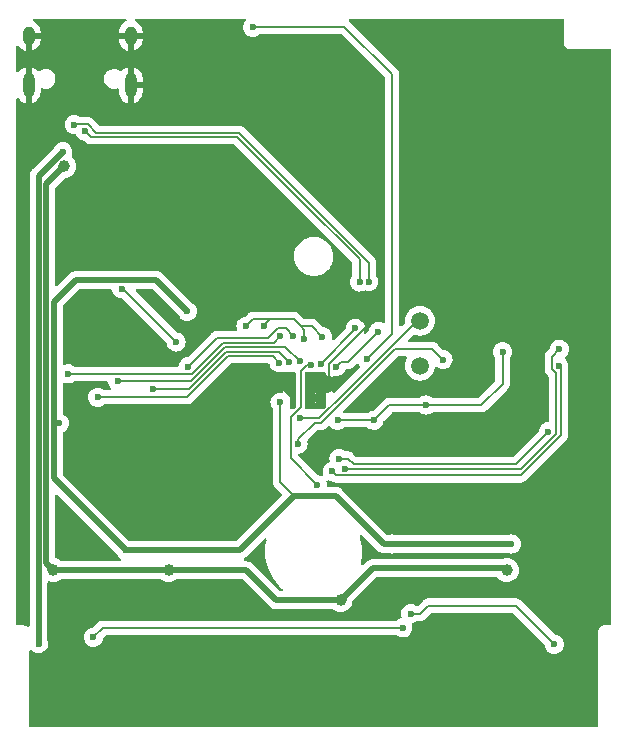
<source format=gbl>
G04 #@! TF.GenerationSoftware,KiCad,Pcbnew,6.0.7*
G04 #@! TF.CreationDate,2022-08-31T22:31:15-07:00*
G04 #@! TF.ProjectId,gbpunk,67627075-6e6b-42e6-9b69-6361645f7063,v4.0*
G04 #@! TF.SameCoordinates,Original*
G04 #@! TF.FileFunction,Copper,L2,Bot*
G04 #@! TF.FilePolarity,Positive*
%FSLAX46Y46*%
G04 Gerber Fmt 4.6, Leading zero omitted, Abs format (unit mm)*
G04 Created by KiCad (PCBNEW 6.0.7) date 2022-08-31 22:31:15*
%MOMM*%
%LPD*%
G01*
G04 APERTURE LIST*
G04 #@! TA.AperFunction,ComponentPad*
%ADD10C,1.500000*%
G04 #@! TD*
G04 #@! TA.AperFunction,ComponentPad*
%ADD11O,1.000000X2.100000*%
G04 #@! TD*
G04 #@! TA.AperFunction,ComponentPad*
%ADD12O,1.000000X1.600000*%
G04 #@! TD*
G04 #@! TA.AperFunction,ComponentPad*
%ADD13C,0.600000*%
G04 #@! TD*
G04 #@! TA.AperFunction,ViaPad*
%ADD14C,0.600000*%
G04 #@! TD*
G04 #@! TA.AperFunction,ViaPad*
%ADD15C,1.000000*%
G04 #@! TD*
G04 #@! TA.AperFunction,Conductor*
%ADD16C,0.210000*%
G04 #@! TD*
G04 #@! TA.AperFunction,Conductor*
%ADD17C,0.500000*%
G04 #@! TD*
G04 APERTURE END LIST*
D10*
G04 #@! TO.P,Y1,1,1*
G04 #@! TO.N,Net-(C8-Pad1)*
X109000000Y-68900000D03*
G04 #@! TO.P,Y1,2,2*
G04 #@! TO.N,Net-(C7-Pad1)*
X109000000Y-65100000D03*
G04 #@! TD*
D11*
G04 #@! TO.P,P1,S1,SHIELD*
G04 #@! TO.N,GND*
X84500000Y-45150000D03*
X75860000Y-45150000D03*
D12*
X84500000Y-40970000D03*
X75860000Y-40970000D03*
G04 #@! TD*
D13*
G04 #@! TO.P,U1,57,GND*
G04 #@! TO.N,GND*
X99500000Y-71000000D03*
X98225000Y-71000000D03*
X99500000Y-72275000D03*
X100775000Y-69725000D03*
X100775000Y-72275000D03*
X100775000Y-71000000D03*
X98225000Y-69725000D03*
X99500000Y-69725000D03*
X98225000Y-72275000D03*
G04 #@! TD*
D14*
G04 #@! TO.N,Net-(C7-Pad1)*
X98840000Y-73370000D03*
G04 #@! TO.N,GND*
X114470000Y-87760000D03*
X96545000Y-62495000D03*
X97230000Y-70470000D03*
X107030000Y-76180000D03*
X92000000Y-77000000D03*
X104000000Y-46860000D03*
X104490000Y-63930000D03*
X109730000Y-90970000D03*
X80940000Y-85000000D03*
X110330000Y-80020000D03*
X87680000Y-56500000D03*
X84860000Y-81990000D03*
X107180000Y-69030000D03*
X94590000Y-85250000D03*
X112880000Y-74540000D03*
X81810000Y-64560000D03*
X101860000Y-70350000D03*
X114000000Y-69920000D03*
X90900000Y-64740000D03*
X122000000Y-85000000D03*
X83000000Y-75000000D03*
X101990000Y-61560000D03*
X75450000Y-73400000D03*
X117000000Y-48000000D03*
X118310000Y-63710000D03*
X88460000Y-43110000D03*
X123130000Y-77320000D03*
X103410000Y-57470000D03*
X78810000Y-41630000D03*
G04 #@! TO.N,+1V1*
X95780000Y-65550000D03*
X100740000Y-66440000D03*
X94260000Y-65560000D03*
X99740443Y-68869557D03*
X100310000Y-79000000D03*
X99189339Y-66644398D03*
G04 #@! TO.N,VBUS*
X76700000Y-92430000D03*
X78750000Y-50780000D03*
D15*
G04 #@! TO.N,+5V*
X78880000Y-52000000D03*
X116350000Y-86210000D03*
X77950000Y-86190000D03*
X87710000Y-86190000D03*
X102280000Y-88760000D03*
D14*
G04 #@! TO.N,/~{RD}*
X81340000Y-91910000D03*
X107520000Y-91100000D03*
G04 #@! TO.N,/RST*
X108210000Y-89900000D03*
X120360000Y-92490000D03*
G04 #@! TO.N,/SWDIO*
X120790000Y-67500000D03*
X102669087Y-77622636D03*
G04 #@! TO.N,/SWCLK*
X101560000Y-77860000D03*
X120740000Y-68910000D03*
G04 #@! TO.N,/RUN*
X102138411Y-76765726D03*
X119872770Y-74496121D03*
G04 #@! TO.N,/USB_DP*
X80640000Y-49040000D03*
X103880000Y-61810000D03*
G04 #@! TO.N,/USB_DM*
X104670000Y-61790000D03*
X79730000Y-48500000D03*
G04 #@! TO.N,/~{USB_BOOT}*
X83730000Y-62370000D03*
X88350000Y-66890000D03*
G04 #@! TO.N,Net-(R10-Pad2)*
X98670000Y-75540000D03*
X110940000Y-68380000D03*
G04 #@! TO.N,Net-(R11-Pad2)*
X100590000Y-68740000D03*
X103510000Y-65730000D03*
G04 #@! TO.N,Net-(R12-Pad2)*
X101900000Y-68980000D03*
X105480000Y-66020000D03*
G04 #@! TO.N,/QSPI_D3*
X98820000Y-68510000D03*
X83398936Y-70217177D03*
G04 #@! TO.N,/QSPI_CLK*
X89380000Y-68990000D03*
X98251326Y-66347293D03*
G04 #@! TO.N,/QSPI_D0*
X97910000Y-68620000D03*
X86400000Y-70910000D03*
G04 #@! TO.N,/QSPI_D2*
X79200000Y-69590000D03*
X97140000Y-66420000D03*
G04 #@! TO.N,/QSPI_D1*
X81700000Y-71570000D03*
X97070000Y-68650000D03*
G04 #@! TO.N,+3.3V*
X102030000Y-73510000D03*
X97150000Y-72000000D03*
X84090000Y-84540000D03*
X105103524Y-73514425D03*
X98350000Y-79930000D03*
X109520000Y-72230000D03*
X89297911Y-64297911D03*
X115990000Y-67720000D03*
X116730000Y-84000000D03*
X78450000Y-73760000D03*
X106620000Y-84000000D03*
G04 #@! TO.N,Net-(R14-Pad2)*
X94840000Y-40240000D03*
X104500000Y-68360000D03*
G04 #@! TD*
D16*
G04 #@! TO.N,Net-(C7-Pad1)*
X102612555Y-71227445D02*
X102607445Y-71227445D01*
X109000000Y-65100000D02*
X108740000Y-65100000D01*
X108740000Y-65100000D02*
X102612555Y-71227445D01*
X100464889Y-73370000D02*
X98840000Y-73370000D01*
X102607445Y-71227445D02*
X100464889Y-73370000D01*
D17*
G04 #@! TO.N,GND*
X97760000Y-71000000D02*
X97230000Y-70470000D01*
X97615000Y-69725000D02*
X97615000Y-70075000D01*
D16*
X101270000Y-69760000D02*
X101270000Y-68791170D01*
D17*
X96850000Y-70090000D02*
X97230000Y-70470000D01*
X100460000Y-69700000D02*
X100750000Y-69700000D01*
D16*
X101270000Y-68791170D02*
X104490000Y-65571170D01*
D17*
X100775000Y-71000000D02*
X100775000Y-72275000D01*
X99500000Y-69725000D02*
X100775000Y-71000000D01*
X100775000Y-69725000D02*
X100775000Y-71000000D01*
X98225000Y-69725000D02*
X98225000Y-71000000D01*
X98225000Y-71000000D02*
X98225000Y-72275000D01*
X99500000Y-71000000D02*
X100775000Y-71000000D01*
X99500000Y-71000000D02*
X100775000Y-69725000D01*
X101210000Y-71000000D02*
X100775000Y-71000000D01*
X100750000Y-69700000D02*
X100775000Y-69725000D01*
X101860000Y-70350000D02*
X101210000Y-71000000D01*
X99500000Y-72275000D02*
X100775000Y-71000000D01*
X98225000Y-72275000D02*
X98225000Y-71465000D01*
X98225000Y-71465000D02*
X97760000Y-71000000D01*
X100775000Y-72275000D02*
X99500000Y-72275000D01*
X100435000Y-69725000D02*
X100460000Y-69700000D01*
X97615000Y-70075000D02*
X97570000Y-70120000D01*
X99500000Y-71000000D02*
X100775000Y-72275000D01*
D16*
X101860000Y-70350000D02*
X101270000Y-69760000D01*
D17*
X96885000Y-69725000D02*
X96850000Y-69760000D01*
X99500000Y-71000000D02*
X99500000Y-69725000D01*
X96850000Y-69760000D02*
X96850000Y-70090000D01*
X99500000Y-69725000D02*
X100435000Y-69725000D01*
D16*
X104490000Y-65571170D02*
X104490000Y-63930000D01*
D17*
X99500000Y-72275000D02*
X99500000Y-71000000D01*
X97615000Y-69725000D02*
X96885000Y-69725000D01*
X98225000Y-71000000D02*
X97760000Y-71000000D01*
X98225000Y-69725000D02*
X97615000Y-69725000D01*
D16*
G04 #@! TO.N,+1V1*
X95780000Y-65470000D02*
X96310000Y-64940000D01*
X99740443Y-68869557D02*
X99390443Y-68869557D01*
X99860000Y-65560000D02*
X100740000Y-66440000D01*
X98920000Y-72370000D02*
X98920000Y-69340000D01*
X99189339Y-66644398D02*
X99189339Y-65839339D01*
X96310000Y-64940000D02*
X98290000Y-64940000D01*
X98910000Y-65560000D02*
X99860000Y-65560000D01*
X99390443Y-68869557D02*
X98920000Y-69340000D01*
X95780000Y-65550000D02*
X95780000Y-65470000D01*
X98040000Y-76730000D02*
X98040000Y-73250000D01*
X99189339Y-65839339D02*
X98910000Y-65560000D01*
X98290000Y-64940000D02*
X98910000Y-65560000D01*
X100310000Y-79000000D02*
X98040000Y-76730000D01*
X94260000Y-65560000D02*
X94880000Y-64940000D01*
X94880000Y-64940000D02*
X96310000Y-64940000D01*
X98040000Y-73250000D02*
X98920000Y-72370000D01*
D17*
G04 #@! TO.N,VBUS*
X76700000Y-92430000D02*
X76700000Y-90680000D01*
X76700000Y-90680000D02*
X76700000Y-52830000D01*
X76700000Y-52830000D02*
X78750000Y-50780000D01*
G04 #@! TO.N,+5V*
X78880000Y-52000000D02*
X77350000Y-53530000D01*
X87710000Y-86190000D02*
X94250000Y-86190000D01*
X105000000Y-86040000D02*
X116180000Y-86040000D01*
X116180000Y-86040000D02*
X116350000Y-86210000D01*
X77350000Y-53530000D02*
X77350000Y-56950000D01*
X77350000Y-85590000D02*
X77950000Y-86190000D01*
X77950000Y-86190000D02*
X87710000Y-86190000D01*
X102280000Y-88760000D02*
X105000000Y-86040000D01*
X94250000Y-86190000D02*
X96250000Y-88190000D01*
X96820000Y-88760000D02*
X101300000Y-88760000D01*
X77350000Y-56950000D02*
X77350000Y-85590000D01*
X101300000Y-88760000D02*
X102280000Y-88760000D01*
X96250000Y-88190000D02*
X96820000Y-88760000D01*
D16*
G04 #@! TO.N,/~{RD}*
X82150000Y-91100000D02*
X81340000Y-91910000D01*
X107520000Y-91100000D02*
X82150000Y-91100000D01*
G04 #@! TO.N,/RST*
X109709386Y-89220614D02*
X117090614Y-89220614D01*
X109030000Y-89900000D02*
X108210000Y-89900000D01*
X117090614Y-89220614D02*
X120360000Y-92490000D01*
X109709386Y-89220614D02*
X109030000Y-89900000D01*
G04 #@! TO.N,/SWDIO*
X118900442Y-76280442D02*
X120520000Y-74660884D01*
X120161000Y-69181000D02*
X120161000Y-68129000D01*
X117558248Y-77622636D02*
X118900442Y-76280442D01*
X120490000Y-69510000D02*
X120161000Y-69181000D01*
X120520000Y-74660884D02*
X120520000Y-70400000D01*
X102669087Y-77622636D02*
X117558248Y-77622636D01*
X120520000Y-69540000D02*
X120490000Y-69510000D01*
X120161000Y-68129000D02*
X120790000Y-67500000D01*
X120520000Y-70400000D02*
X120520000Y-69540000D01*
G04 #@! TO.N,/SWCLK*
X120910000Y-74780000D02*
X120910000Y-69080000D01*
X101560000Y-77860000D02*
X101881636Y-78181636D01*
X117508364Y-78181636D02*
X120910000Y-74780000D01*
X120910000Y-69080000D02*
X120740000Y-68910000D01*
X101881636Y-78181636D02*
X117508364Y-78181636D01*
G04 #@! TO.N,/RUN*
X103370000Y-77262636D02*
X117106255Y-77262636D01*
X117106255Y-77262636D02*
X119872770Y-74496121D01*
X102138411Y-76765726D02*
X102873090Y-76765726D01*
X102873090Y-76765726D02*
X103370000Y-77262636D01*
G04 #@! TO.N,/USB_DP*
X98870000Y-54900000D02*
X93520000Y-49550000D01*
X103880000Y-59910000D02*
X98870000Y-54900000D01*
X103880000Y-61810000D02*
X103880000Y-59910000D01*
X93520000Y-49550000D02*
X81720000Y-49550000D01*
X81720000Y-49550000D02*
X81150000Y-49550000D01*
X81150000Y-49550000D02*
X80640000Y-49040000D01*
G04 #@! TO.N,/USB_DM*
X104670000Y-60190884D02*
X93669117Y-49190000D01*
X79749000Y-48481000D02*
X79730000Y-48500000D01*
X104670000Y-61790000D02*
X104670000Y-60190884D01*
X81580546Y-49190000D02*
X80871546Y-48481000D01*
X80871546Y-48481000D02*
X79749000Y-48481000D01*
X93669117Y-49190000D02*
X81580546Y-49190000D01*
G04 #@! TO.N,/~{USB_BOOT}*
X83830000Y-62370000D02*
X83730000Y-62370000D01*
X88350000Y-66890000D02*
X83830000Y-62370000D01*
G04 #@! TO.N,Net-(R10-Pad2)*
X110054558Y-67494558D02*
X106854558Y-67494558D01*
X98670000Y-75140000D02*
X98670000Y-75540000D01*
X110940000Y-68380000D02*
X110054558Y-67494558D01*
X106854558Y-67494558D02*
X100619115Y-73730001D01*
X100080000Y-73730000D02*
X98670000Y-75140000D01*
X100619115Y-73730001D02*
X100080000Y-73730000D01*
G04 #@! TO.N,Net-(R11-Pad2)*
X103510000Y-65820000D02*
X103510000Y-65730000D01*
X100590000Y-68740000D02*
X103510000Y-65820000D01*
X103510000Y-65890000D02*
X103510000Y-65730000D01*
G04 #@! TO.N,Net-(R12-Pad2)*
X102917420Y-68582580D02*
X105480000Y-66020000D01*
X102297420Y-68582580D02*
X102917420Y-68582580D01*
X101900000Y-68980000D02*
X102297420Y-68582580D01*
G04 #@! TO.N,/QSPI_D3*
X92500000Y-67300000D02*
X91900000Y-67900000D01*
X97610000Y-67300000D02*
X98820000Y-68510000D01*
X91900000Y-67900000D02*
X89582823Y-70217177D01*
X89582823Y-70217177D02*
X83398936Y-70217177D01*
X97180000Y-67300000D02*
X92500000Y-67300000D01*
X97180000Y-67300000D02*
X97610000Y-67300000D01*
G04 #@! TO.N,/QSPI_CLK*
X96150000Y-66580000D02*
X97000000Y-65730000D01*
X92150000Y-66590000D02*
X91780000Y-66590000D01*
X97634033Y-65730000D02*
X98251326Y-66347293D01*
X92160000Y-66580000D02*
X96150000Y-66580000D01*
X97000000Y-65730000D02*
X97634033Y-65730000D01*
X91780000Y-66590000D02*
X89380000Y-68990000D01*
X92150000Y-66590000D02*
X92160000Y-66580000D01*
G04 #@! TO.N,/QSPI_D0*
X89399116Y-70910000D02*
X86400000Y-70910000D01*
X97020000Y-67730000D02*
X92579116Y-67730000D01*
X92579116Y-67730000D02*
X92159558Y-68149558D01*
X97910000Y-68620000D02*
X97020000Y-67730000D01*
X92159558Y-68149558D02*
X89399116Y-70910000D01*
G04 #@! TO.N,/QSPI_D2*
X89659116Y-69590000D02*
X79200000Y-69590000D01*
X97140000Y-66420000D02*
X96620000Y-66940000D01*
X92500000Y-66940000D02*
X92309116Y-66940000D01*
X96620000Y-66940000D02*
X92500000Y-66940000D01*
X92309116Y-66940000D02*
X89659116Y-69590000D01*
G04 #@! TO.N,/QSPI_D1*
X92740000Y-68090000D02*
X92180000Y-68650000D01*
X96510000Y-68090000D02*
X92740000Y-68090000D01*
X92180000Y-68650000D02*
X89260000Y-71570000D01*
X89260000Y-71570000D02*
X81700000Y-71570000D01*
X97070000Y-68650000D02*
X96510000Y-68090000D01*
G04 #@! TO.N,+3.3V*
X114200000Y-72230000D02*
X115990000Y-70440000D01*
X115990000Y-70440000D02*
X115990000Y-67720000D01*
D17*
X100640000Y-79930000D02*
X101850000Y-79930000D01*
D16*
X78430000Y-73740000D02*
X78450000Y-73760000D01*
X109520000Y-72230000D02*
X114200000Y-72230000D01*
X106387949Y-72230000D02*
X109520000Y-72230000D01*
D17*
X78000000Y-78450000D02*
X78000000Y-73740000D01*
X84090000Y-84540000D02*
X78000000Y-78450000D01*
D16*
X102034425Y-73514425D02*
X105103524Y-73514425D01*
X105103524Y-73514425D02*
X106387949Y-72230000D01*
D17*
X104930000Y-83010000D02*
X105920000Y-84000000D01*
X98350000Y-79930000D02*
X100640000Y-79930000D01*
X93740000Y-84540000D02*
X95530000Y-82750000D01*
X78000000Y-73740000D02*
X78000000Y-73220000D01*
D16*
X97150000Y-72000000D02*
X97150000Y-78730000D01*
D17*
X79854000Y-61646000D02*
X86646000Y-61646000D01*
X106620000Y-84000000D02*
X116730000Y-84000000D01*
D16*
X102030000Y-73510000D02*
X102034425Y-73514425D01*
D17*
X78000000Y-63500000D02*
X79854000Y-61646000D01*
D16*
X97150000Y-78730000D02*
X98350000Y-79930000D01*
D17*
X105920000Y-84000000D02*
X106620000Y-84000000D01*
X78000000Y-73220000D02*
X78000000Y-63500000D01*
D16*
X78000000Y-73740000D02*
X78430000Y-73740000D01*
D17*
X86646000Y-61646000D02*
X89297911Y-64297911D01*
X84090000Y-84540000D02*
X93740000Y-84540000D01*
X95530000Y-82750000D02*
X98350000Y-79930000D01*
X101850000Y-79930000D02*
X104930000Y-83010000D01*
D16*
G04 #@! TO.N,Net-(R14-Pad2)*
X106630000Y-44220000D02*
X102600000Y-40190000D01*
X102600000Y-40190000D02*
X94890000Y-40190000D01*
X106630000Y-66230000D02*
X106630000Y-44220000D01*
X94890000Y-40190000D02*
X94840000Y-40240000D01*
X104500000Y-68360000D02*
X106630000Y-66230000D01*
G04 #@! TD*
G04 #@! TA.AperFunction,Conductor*
G04 #@! TO.N,GND*
G36*
X121133621Y-39528502D02*
G01*
X121180114Y-39582158D01*
X121191500Y-39634500D01*
X121191500Y-41591377D01*
X121191498Y-41592147D01*
X121191024Y-41669721D01*
X121193491Y-41678352D01*
X121199150Y-41698153D01*
X121202728Y-41714915D01*
X121206920Y-41744187D01*
X121210634Y-41752355D01*
X121210634Y-41752356D01*
X121217548Y-41767562D01*
X121223996Y-41785086D01*
X121231051Y-41809771D01*
X121235843Y-41817365D01*
X121235844Y-41817368D01*
X121246830Y-41834780D01*
X121254969Y-41849863D01*
X121267208Y-41876782D01*
X121273069Y-41883584D01*
X121283970Y-41896235D01*
X121295073Y-41911239D01*
X121308776Y-41932958D01*
X121315501Y-41938897D01*
X121315504Y-41938901D01*
X121330938Y-41952532D01*
X121342982Y-41964724D01*
X121356427Y-41980327D01*
X121356430Y-41980329D01*
X121362287Y-41987127D01*
X121369816Y-41992007D01*
X121369817Y-41992008D01*
X121383835Y-42001094D01*
X121398709Y-42012385D01*
X121411217Y-42023431D01*
X121417951Y-42029378D01*
X121444711Y-42041942D01*
X121459691Y-42050263D01*
X121476983Y-42061471D01*
X121476988Y-42061473D01*
X121484515Y-42066352D01*
X121493108Y-42068922D01*
X121493113Y-42068924D01*
X121509120Y-42073711D01*
X121526564Y-42080372D01*
X121541676Y-42087467D01*
X121541678Y-42087468D01*
X121549800Y-42091281D01*
X121558667Y-42092662D01*
X121558668Y-42092662D01*
X121568310Y-42094163D01*
X121579017Y-42095830D01*
X121595732Y-42099613D01*
X121615466Y-42105515D01*
X121615472Y-42105516D01*
X121624066Y-42108086D01*
X121633037Y-42108141D01*
X121633038Y-42108141D01*
X121643097Y-42108202D01*
X121658506Y-42108296D01*
X121659289Y-42108329D01*
X121660386Y-42108500D01*
X121691377Y-42108500D01*
X121692147Y-42108502D01*
X121765785Y-42108952D01*
X121765786Y-42108952D01*
X121769721Y-42108976D01*
X121771065Y-42108592D01*
X121772410Y-42108500D01*
X125065500Y-42108500D01*
X125133621Y-42128502D01*
X125180114Y-42182158D01*
X125191500Y-42234500D01*
X125191500Y-90765500D01*
X125171498Y-90833621D01*
X125117842Y-90880114D01*
X125065500Y-90891500D01*
X124608623Y-90891500D01*
X124607853Y-90891498D01*
X124607037Y-90891493D01*
X124530279Y-90891024D01*
X124507918Y-90897415D01*
X124501847Y-90899150D01*
X124485085Y-90902728D01*
X124455813Y-90906920D01*
X124447645Y-90910634D01*
X124447644Y-90910634D01*
X124432438Y-90917548D01*
X124414914Y-90923996D01*
X124390229Y-90931051D01*
X124382635Y-90935843D01*
X124382632Y-90935844D01*
X124365220Y-90946830D01*
X124350137Y-90954969D01*
X124323218Y-90967208D01*
X124316416Y-90973069D01*
X124303765Y-90983970D01*
X124288761Y-90995073D01*
X124267042Y-91008776D01*
X124261103Y-91015501D01*
X124261099Y-91015504D01*
X124247468Y-91030938D01*
X124235276Y-91042982D01*
X124219673Y-91056427D01*
X124219671Y-91056430D01*
X124212873Y-91062287D01*
X124207993Y-91069816D01*
X124207992Y-91069817D01*
X124198906Y-91083835D01*
X124187615Y-91098709D01*
X124176569Y-91111217D01*
X124170622Y-91117951D01*
X124158058Y-91144711D01*
X124149737Y-91159691D01*
X124138529Y-91176983D01*
X124138527Y-91176988D01*
X124133648Y-91184515D01*
X124131078Y-91193108D01*
X124131076Y-91193113D01*
X124126289Y-91209120D01*
X124119628Y-91226564D01*
X124108719Y-91249800D01*
X124107338Y-91258667D01*
X124107338Y-91258668D01*
X124104170Y-91279015D01*
X124100387Y-91295732D01*
X124094485Y-91315466D01*
X124094484Y-91315472D01*
X124091914Y-91324066D01*
X124091859Y-91333037D01*
X124091859Y-91333038D01*
X124091704Y-91358497D01*
X124091671Y-91359289D01*
X124091500Y-91360386D01*
X124091500Y-91391377D01*
X124091498Y-91392147D01*
X124091024Y-91469721D01*
X124091408Y-91471065D01*
X124091500Y-91472410D01*
X124091500Y-99365500D01*
X124071498Y-99433621D01*
X124017842Y-99480114D01*
X123965500Y-99491500D01*
X76034500Y-99491500D01*
X75966379Y-99471498D01*
X75919886Y-99417842D01*
X75908500Y-99365500D01*
X75908500Y-93086186D01*
X75928502Y-93018065D01*
X75982158Y-92971572D01*
X76052432Y-92961468D01*
X76117012Y-92990962D01*
X76125137Y-92998659D01*
X76181382Y-93056902D01*
X76333159Y-93156222D01*
X76339763Y-93158678D01*
X76339765Y-93158679D01*
X76496558Y-93216990D01*
X76496560Y-93216990D01*
X76503168Y-93219448D01*
X76586995Y-93230633D01*
X76675980Y-93242507D01*
X76675984Y-93242507D01*
X76682961Y-93243438D01*
X76689972Y-93242800D01*
X76689976Y-93242800D01*
X76832459Y-93229832D01*
X76863600Y-93226998D01*
X76870302Y-93224820D01*
X76870304Y-93224820D01*
X77029409Y-93173124D01*
X77029412Y-93173123D01*
X77036108Y-93170947D01*
X77191912Y-93078069D01*
X77323266Y-92952982D01*
X77423643Y-92801902D01*
X77467911Y-92685366D01*
X77485555Y-92638920D01*
X77485556Y-92638918D01*
X77488055Y-92632338D01*
X77499459Y-92551197D01*
X77512748Y-92456639D01*
X77512748Y-92456636D01*
X77513299Y-92452717D01*
X77513616Y-92430000D01*
X77493397Y-92249745D01*
X77489546Y-92238685D01*
X77465509Y-92169662D01*
X77458500Y-92128225D01*
X77458500Y-91898640D01*
X80526463Y-91898640D01*
X80544163Y-92079160D01*
X80601418Y-92251273D01*
X80605065Y-92257295D01*
X80605066Y-92257297D01*
X80636830Y-92309745D01*
X80695380Y-92406424D01*
X80821382Y-92536902D01*
X80827278Y-92540760D01*
X80967224Y-92632338D01*
X80973159Y-92636222D01*
X80979763Y-92638678D01*
X80979765Y-92638679D01*
X81136558Y-92696990D01*
X81136560Y-92696990D01*
X81143168Y-92699448D01*
X81226995Y-92710633D01*
X81315980Y-92722507D01*
X81315984Y-92722507D01*
X81322961Y-92723438D01*
X81329972Y-92722800D01*
X81329976Y-92722800D01*
X81472459Y-92709832D01*
X81503600Y-92706998D01*
X81510302Y-92704820D01*
X81510304Y-92704820D01*
X81669409Y-92653124D01*
X81669412Y-92653123D01*
X81676108Y-92650947D01*
X81831912Y-92558069D01*
X81963266Y-92432982D01*
X82063643Y-92281902D01*
X82106279Y-92169662D01*
X82125555Y-92118920D01*
X82125556Y-92118918D01*
X82128055Y-92112338D01*
X82131779Y-92085844D01*
X82142264Y-92011236D01*
X82171552Y-91946562D01*
X82177943Y-91939677D01*
X82367215Y-91750405D01*
X82429527Y-91716379D01*
X82456310Y-91713500D01*
X106943340Y-91713500D01*
X107012333Y-91734068D01*
X107093416Y-91787127D01*
X107153159Y-91826222D01*
X107159763Y-91828678D01*
X107159765Y-91828679D01*
X107316558Y-91886990D01*
X107316560Y-91886990D01*
X107323168Y-91889448D01*
X107406995Y-91900633D01*
X107495980Y-91912507D01*
X107495984Y-91912507D01*
X107502961Y-91913438D01*
X107509972Y-91912800D01*
X107509976Y-91912800D01*
X107667206Y-91898490D01*
X107683600Y-91896998D01*
X107690302Y-91894820D01*
X107690304Y-91894820D01*
X107849409Y-91843124D01*
X107849412Y-91843123D01*
X107856108Y-91840947D01*
X107952513Y-91783478D01*
X108005860Y-91751677D01*
X108005862Y-91751676D01*
X108011912Y-91748069D01*
X108143266Y-91622982D01*
X108243643Y-91471902D01*
X108308055Y-91302338D01*
X108309035Y-91295366D01*
X108332748Y-91126639D01*
X108332748Y-91126636D01*
X108333299Y-91122717D01*
X108333616Y-91100000D01*
X108313397Y-90919745D01*
X108292092Y-90858565D01*
X108288578Y-90787657D01*
X108323959Y-90726105D01*
X108374455Y-90699629D01*
X108373600Y-90696998D01*
X108539409Y-90643124D01*
X108539412Y-90643123D01*
X108546108Y-90640947D01*
X108685063Y-90558113D01*
X108695855Y-90551680D01*
X108695857Y-90551679D01*
X108701912Y-90548069D01*
X108707017Y-90543207D01*
X108712381Y-90539136D01*
X108778735Y-90513884D01*
X108788560Y-90513500D01*
X108953871Y-90513500D01*
X108964512Y-90514002D01*
X108971806Y-90515632D01*
X108979732Y-90515383D01*
X108979733Y-90515383D01*
X109037673Y-90513562D01*
X109041631Y-90513500D01*
X109068598Y-90513500D01*
X109072536Y-90513003D01*
X109073277Y-90512956D01*
X109084116Y-90512103D01*
X109126736Y-90510763D01*
X109134351Y-90508550D01*
X109134354Y-90508550D01*
X109145269Y-90505379D01*
X109164634Y-90501368D01*
X109175925Y-90499942D01*
X109175927Y-90499941D01*
X109183784Y-90498949D01*
X109191148Y-90496033D01*
X109191153Y-90496032D01*
X109223425Y-90483254D01*
X109234658Y-90479408D01*
X109267972Y-90469730D01*
X109267976Y-90469728D01*
X109275587Y-90467517D01*
X109292201Y-90457691D01*
X109309955Y-90448994D01*
X109327905Y-90441887D01*
X109362397Y-90416827D01*
X109372306Y-90410318D01*
X109409007Y-90388613D01*
X109422651Y-90374969D01*
X109437685Y-90362128D01*
X109446893Y-90355438D01*
X109446894Y-90355437D01*
X109453308Y-90350777D01*
X109480487Y-90317923D01*
X109488477Y-90309143D01*
X109926601Y-89871019D01*
X109988913Y-89836993D01*
X110015696Y-89834114D01*
X116784304Y-89834114D01*
X116852425Y-89854116D01*
X116873399Y-89871019D01*
X119521675Y-92519295D01*
X119555701Y-92581607D01*
X119557979Y-92596094D01*
X119564163Y-92659160D01*
X119566387Y-92665845D01*
X119566387Y-92665846D01*
X119577565Y-92699448D01*
X119621418Y-92831273D01*
X119625065Y-92837295D01*
X119625066Y-92837297D01*
X119698070Y-92957841D01*
X119715380Y-92986424D01*
X119720269Y-92991487D01*
X119720270Y-92991488D01*
X119778546Y-93051834D01*
X119841382Y-93116902D01*
X119993159Y-93216222D01*
X119999763Y-93218678D01*
X119999765Y-93218679D01*
X120156558Y-93276990D01*
X120156560Y-93276990D01*
X120163168Y-93279448D01*
X120246995Y-93290633D01*
X120335980Y-93302507D01*
X120335984Y-93302507D01*
X120342961Y-93303438D01*
X120349972Y-93302800D01*
X120349976Y-93302800D01*
X120492459Y-93289832D01*
X120523600Y-93286998D01*
X120530302Y-93284820D01*
X120530304Y-93284820D01*
X120689409Y-93233124D01*
X120689412Y-93233123D01*
X120696108Y-93230947D01*
X120802810Y-93167340D01*
X120845860Y-93141677D01*
X120845862Y-93141676D01*
X120851912Y-93138069D01*
X120983266Y-93012982D01*
X121083643Y-92861902D01*
X121136241Y-92723438D01*
X121145555Y-92698920D01*
X121145556Y-92698918D01*
X121148055Y-92692338D01*
X121154379Y-92647340D01*
X121172748Y-92516639D01*
X121172748Y-92516636D01*
X121173299Y-92512717D01*
X121173616Y-92490000D01*
X121153397Y-92309745D01*
X121130708Y-92244590D01*
X121096064Y-92145106D01*
X121096062Y-92145103D01*
X121093745Y-92138448D01*
X120997626Y-91984624D01*
X120992664Y-91979627D01*
X120874778Y-91860915D01*
X120874774Y-91860912D01*
X120869815Y-91855918D01*
X120858264Y-91848587D01*
X120810538Y-91818300D01*
X120716666Y-91758727D01*
X120657652Y-91737713D01*
X120552425Y-91700243D01*
X120552420Y-91700242D01*
X120545790Y-91697881D01*
X120538802Y-91697048D01*
X120538799Y-91697047D01*
X120463892Y-91688115D01*
X120398619Y-91660187D01*
X120389716Y-91652096D01*
X117578264Y-88840644D01*
X117571085Y-88832755D01*
X117567081Y-88826446D01*
X117519034Y-88781327D01*
X117516193Y-88778573D01*
X117497131Y-88759511D01*
X117494004Y-88757085D01*
X117493525Y-88756663D01*
X117485168Y-88749524D01*
X117459864Y-88725763D01*
X117454086Y-88720337D01*
X117437168Y-88711036D01*
X117420648Y-88700184D01*
X117411659Y-88693211D01*
X117411657Y-88693210D01*
X117405393Y-88688351D01*
X117366257Y-88671415D01*
X117355604Y-88666196D01*
X117325199Y-88649481D01*
X117325196Y-88649480D01*
X117318253Y-88645663D01*
X117299557Y-88640863D01*
X117280857Y-88634460D01*
X117263135Y-88626791D01*
X117255308Y-88625551D01*
X117255307Y-88625551D01*
X117235720Y-88622449D01*
X117221027Y-88620122D01*
X117209405Y-88617714D01*
X117175802Y-88609086D01*
X117175793Y-88609085D01*
X117168117Y-88607114D01*
X117148816Y-88607114D01*
X117129105Y-88605563D01*
X117117867Y-88603783D01*
X117110038Y-88602543D01*
X117096921Y-88603783D01*
X117067597Y-88606555D01*
X117055739Y-88607114D01*
X109785515Y-88607114D01*
X109774874Y-88606612D01*
X109767580Y-88604982D01*
X109759654Y-88605231D01*
X109759653Y-88605231D01*
X109701713Y-88607052D01*
X109697755Y-88607114D01*
X109670788Y-88607114D01*
X109666850Y-88607611D01*
X109666109Y-88607658D01*
X109655270Y-88608511D01*
X109612650Y-88609851D01*
X109605035Y-88612064D01*
X109605032Y-88612064D01*
X109594117Y-88615235D01*
X109574752Y-88619246D01*
X109563461Y-88620672D01*
X109563459Y-88620673D01*
X109555602Y-88621665D01*
X109548238Y-88624581D01*
X109548233Y-88624582D01*
X109515961Y-88637360D01*
X109504728Y-88641206D01*
X109471414Y-88650884D01*
X109471410Y-88650886D01*
X109463799Y-88653097D01*
X109447185Y-88662923D01*
X109429431Y-88671620D01*
X109411481Y-88678727D01*
X109405067Y-88683387D01*
X109376992Y-88703785D01*
X109367080Y-88710296D01*
X109330379Y-88732001D01*
X109316735Y-88745645D01*
X109301701Y-88758486D01*
X109296435Y-88762312D01*
X109286078Y-88769837D01*
X109281025Y-88775945D01*
X109258899Y-88802691D01*
X109250909Y-88811471D01*
X108838084Y-89224296D01*
X108775772Y-89258322D01*
X108704957Y-89253257D01*
X108681475Y-89241587D01*
X108572614Y-89172502D01*
X108566666Y-89168727D01*
X108537463Y-89158328D01*
X108402425Y-89110243D01*
X108402420Y-89110242D01*
X108395790Y-89107881D01*
X108388802Y-89107048D01*
X108388799Y-89107047D01*
X108265698Y-89092368D01*
X108215680Y-89086404D01*
X108208677Y-89087140D01*
X108208676Y-89087140D01*
X108042288Y-89104628D01*
X108042286Y-89104629D01*
X108035288Y-89105364D01*
X107863579Y-89163818D01*
X107841271Y-89177542D01*
X107715095Y-89255166D01*
X107715092Y-89255168D01*
X107709088Y-89258862D01*
X107704053Y-89263793D01*
X107704050Y-89263795D01*
X107617233Y-89348813D01*
X107579493Y-89385771D01*
X107481235Y-89538238D01*
X107478826Y-89544858D01*
X107478824Y-89544861D01*
X107421624Y-89702017D01*
X107419197Y-89708685D01*
X107396463Y-89888640D01*
X107414163Y-90069160D01*
X107438767Y-90143122D01*
X107441290Y-90214071D01*
X107405054Y-90275124D01*
X107347916Y-90305088D01*
X107345288Y-90305364D01*
X107338624Y-90307633D01*
X107338622Y-90307633D01*
X107229829Y-90344669D01*
X107173579Y-90363818D01*
X107142393Y-90383004D01*
X107041939Y-90444804D01*
X107019088Y-90458862D01*
X107017433Y-90460483D01*
X106953176Y-90485967D01*
X106941603Y-90486500D01*
X82226129Y-90486500D01*
X82215488Y-90485998D01*
X82208194Y-90484368D01*
X82200268Y-90484617D01*
X82200267Y-90484617D01*
X82142327Y-90486438D01*
X82138369Y-90486500D01*
X82111402Y-90486500D01*
X82107464Y-90486997D01*
X82106723Y-90487044D01*
X82095884Y-90487897D01*
X82053264Y-90489237D01*
X82045649Y-90491450D01*
X82045646Y-90491450D01*
X82034731Y-90494621D01*
X82015366Y-90498632D01*
X82004075Y-90500058D01*
X82004073Y-90500059D01*
X81996216Y-90501051D01*
X81988852Y-90503967D01*
X81988847Y-90503968D01*
X81956575Y-90516746D01*
X81945342Y-90520592D01*
X81912028Y-90530270D01*
X81912024Y-90530272D01*
X81904413Y-90532483D01*
X81887799Y-90542309D01*
X81870045Y-90551006D01*
X81852095Y-90558113D01*
X81845681Y-90562773D01*
X81817606Y-90583171D01*
X81807694Y-90589682D01*
X81770993Y-90611387D01*
X81757349Y-90625031D01*
X81742315Y-90637872D01*
X81733107Y-90644562D01*
X81726692Y-90649223D01*
X81721639Y-90655331D01*
X81699513Y-90682077D01*
X81691523Y-90690857D01*
X81310515Y-91071865D01*
X81248203Y-91105891D01*
X81234594Y-91108080D01*
X81212470Y-91110405D01*
X81172288Y-91114628D01*
X81172286Y-91114628D01*
X81165288Y-91115364D01*
X80993579Y-91173818D01*
X80962216Y-91193113D01*
X80845095Y-91265166D01*
X80845092Y-91265168D01*
X80839088Y-91268862D01*
X80834053Y-91273793D01*
X80834050Y-91273795D01*
X80714525Y-91390843D01*
X80709493Y-91395771D01*
X80611235Y-91548238D01*
X80608826Y-91554858D01*
X80608824Y-91554861D01*
X80551606Y-91712066D01*
X80549197Y-91718685D01*
X80526463Y-91898640D01*
X77458500Y-91898640D01*
X77458500Y-87264171D01*
X77478502Y-87196050D01*
X77532158Y-87149557D01*
X77602432Y-87139453D01*
X77623431Y-87144337D01*
X77732392Y-87179740D01*
X77928777Y-87203158D01*
X77934912Y-87202686D01*
X77934914Y-87202686D01*
X78119830Y-87188457D01*
X78119834Y-87188456D01*
X78125972Y-87187984D01*
X78316463Y-87134798D01*
X78321967Y-87132018D01*
X78321969Y-87132017D01*
X78487495Y-87048404D01*
X78487497Y-87048403D01*
X78492996Y-87045625D01*
X78583121Y-86975211D01*
X78649116Y-86949033D01*
X78660695Y-86948500D01*
X86998769Y-86948500D01*
X87066890Y-86968502D01*
X87080431Y-86978546D01*
X87131650Y-87022136D01*
X87304294Y-87118624D01*
X87492392Y-87179740D01*
X87688777Y-87203158D01*
X87694912Y-87202686D01*
X87694914Y-87202686D01*
X87879830Y-87188457D01*
X87879834Y-87188456D01*
X87885972Y-87187984D01*
X88076463Y-87134798D01*
X88081967Y-87132018D01*
X88081969Y-87132017D01*
X88247495Y-87048404D01*
X88247497Y-87048403D01*
X88252996Y-87045625D01*
X88343121Y-86975211D01*
X88409116Y-86949033D01*
X88420695Y-86948500D01*
X93883629Y-86948500D01*
X93951750Y-86968502D01*
X93972724Y-86985405D01*
X96236230Y-89248911D01*
X96248616Y-89263323D01*
X96257149Y-89274918D01*
X96257154Y-89274923D01*
X96261492Y-89280818D01*
X96267070Y-89285557D01*
X96267073Y-89285560D01*
X96301768Y-89315035D01*
X96309284Y-89321965D01*
X96314980Y-89327661D01*
X96317841Y-89329924D01*
X96317846Y-89329929D01*
X96337266Y-89345293D01*
X96340667Y-89348082D01*
X96396285Y-89395333D01*
X96402798Y-89398659D01*
X96407837Y-89402020D01*
X96412979Y-89405196D01*
X96418716Y-89409734D01*
X96484875Y-89440655D01*
X96488769Y-89442558D01*
X96553808Y-89475769D01*
X96560917Y-89477508D01*
X96566551Y-89479604D01*
X96572321Y-89481523D01*
X96578950Y-89484622D01*
X96586113Y-89486112D01*
X96586116Y-89486113D01*
X96636830Y-89496661D01*
X96650435Y-89499491D01*
X96654701Y-89500457D01*
X96725610Y-89517808D01*
X96731212Y-89518156D01*
X96731215Y-89518156D01*
X96736764Y-89518500D01*
X96736762Y-89518535D01*
X96740734Y-89518775D01*
X96744955Y-89519152D01*
X96752115Y-89520641D01*
X96829542Y-89518546D01*
X96832950Y-89518500D01*
X101568769Y-89518500D01*
X101636890Y-89538502D01*
X101650431Y-89548546D01*
X101701650Y-89592136D01*
X101874294Y-89688624D01*
X102062392Y-89749740D01*
X102258777Y-89773158D01*
X102264912Y-89772686D01*
X102264914Y-89772686D01*
X102449830Y-89758457D01*
X102449834Y-89758456D01*
X102455972Y-89757984D01*
X102646463Y-89704798D01*
X102651967Y-89702018D01*
X102651969Y-89702017D01*
X102817495Y-89618404D01*
X102817497Y-89618403D01*
X102822996Y-89615625D01*
X102978847Y-89493861D01*
X103108078Y-89344145D01*
X103205769Y-89172179D01*
X103268197Y-88984513D01*
X103283038Y-88867035D01*
X103311420Y-88801958D01*
X103318949Y-88793732D01*
X105277276Y-86835405D01*
X105339588Y-86801379D01*
X105366371Y-86798500D01*
X115468618Y-86798500D01*
X115536739Y-86818502D01*
X115567363Y-86846235D01*
X115621035Y-86913953D01*
X115771650Y-87042136D01*
X115944294Y-87138624D01*
X116132392Y-87199740D01*
X116328777Y-87223158D01*
X116334912Y-87222686D01*
X116334914Y-87222686D01*
X116519830Y-87208457D01*
X116519834Y-87208456D01*
X116525972Y-87207984D01*
X116716463Y-87154798D01*
X116721967Y-87152018D01*
X116721969Y-87152017D01*
X116887495Y-87068404D01*
X116887497Y-87068403D01*
X116892996Y-87065625D01*
X117048847Y-86943861D01*
X117178078Y-86794145D01*
X117275769Y-86622179D01*
X117338197Y-86434513D01*
X117362985Y-86238295D01*
X117363380Y-86210000D01*
X117344080Y-86013167D01*
X117286916Y-85823831D01*
X117194066Y-85649204D01*
X117116963Y-85554667D01*
X117072960Y-85500713D01*
X117072957Y-85500710D01*
X117069065Y-85495938D01*
X117038977Y-85471047D01*
X116921425Y-85373799D01*
X116921421Y-85373797D01*
X116916675Y-85369870D01*
X116742701Y-85275802D01*
X116553768Y-85217318D01*
X116547643Y-85216674D01*
X116547642Y-85216674D01*
X116363204Y-85197289D01*
X116363202Y-85197289D01*
X116357075Y-85196645D01*
X116274576Y-85204153D01*
X116166251Y-85214011D01*
X116166248Y-85214012D01*
X116160112Y-85214570D01*
X116154206Y-85216308D01*
X116154202Y-85216309D01*
X116010060Y-85258732D01*
X115970381Y-85270410D01*
X115966406Y-85272488D01*
X115920046Y-85281500D01*
X105067070Y-85281500D01*
X105048120Y-85280067D01*
X105033885Y-85277901D01*
X105033881Y-85277901D01*
X105026651Y-85276801D01*
X105019359Y-85277394D01*
X105019356Y-85277394D01*
X104973982Y-85281085D01*
X104963767Y-85281500D01*
X104955707Y-85281500D01*
X104952073Y-85281924D01*
X104952067Y-85281924D01*
X104939042Y-85283443D01*
X104927480Y-85284791D01*
X104923132Y-85285221D01*
X104850364Y-85291140D01*
X104843403Y-85293395D01*
X104837463Y-85294582D01*
X104831588Y-85295971D01*
X104824319Y-85296818D01*
X104755670Y-85321736D01*
X104751542Y-85323153D01*
X104689064Y-85343393D01*
X104689062Y-85343394D01*
X104682101Y-85345649D01*
X104675846Y-85349445D01*
X104670372Y-85351951D01*
X104664942Y-85354670D01*
X104658063Y-85357167D01*
X104651943Y-85361180D01*
X104651942Y-85361180D01*
X104597024Y-85397186D01*
X104593320Y-85399523D01*
X104530893Y-85437405D01*
X104522516Y-85444803D01*
X104522492Y-85444776D01*
X104519500Y-85447429D01*
X104516267Y-85450132D01*
X104510148Y-85454144D01*
X104505116Y-85459456D01*
X104456872Y-85510383D01*
X104454494Y-85512825D01*
X104195946Y-85771373D01*
X104133634Y-85805399D01*
X104062819Y-85800334D01*
X104005983Y-85757787D01*
X103981172Y-85691267D01*
X103984810Y-85650943D01*
X103988913Y-85634965D01*
X104024609Y-85495938D01*
X104028673Y-85480109D01*
X104028674Y-85480106D01*
X104029439Y-85477125D01*
X104090921Y-85079973D01*
X104113355Y-84678717D01*
X104112071Y-84648069D01*
X104096655Y-84280267D01*
X104096526Y-84277187D01*
X104040594Y-83879215D01*
X103946095Y-83488601D01*
X103918735Y-83410034D01*
X103915221Y-83339125D01*
X103950602Y-83277572D01*
X104013645Y-83244920D01*
X104084333Y-83251534D01*
X104126821Y-83279502D01*
X105336230Y-84488911D01*
X105348616Y-84503323D01*
X105357149Y-84514918D01*
X105357154Y-84514923D01*
X105361492Y-84520818D01*
X105367070Y-84525557D01*
X105367073Y-84525560D01*
X105401768Y-84555035D01*
X105409284Y-84561965D01*
X105414979Y-84567660D01*
X105417861Y-84569940D01*
X105437251Y-84585281D01*
X105440655Y-84588072D01*
X105479747Y-84621283D01*
X105496285Y-84635333D01*
X105502801Y-84638661D01*
X105507850Y-84642028D01*
X105512979Y-84645195D01*
X105518716Y-84649734D01*
X105584875Y-84680655D01*
X105588769Y-84682558D01*
X105653808Y-84715769D01*
X105660916Y-84717508D01*
X105666559Y-84719607D01*
X105672322Y-84721524D01*
X105678950Y-84724622D01*
X105740095Y-84737340D01*
X105750412Y-84739486D01*
X105754696Y-84740456D01*
X105825610Y-84757808D01*
X105831212Y-84758156D01*
X105831215Y-84758156D01*
X105836764Y-84758500D01*
X105836762Y-84758536D01*
X105840755Y-84758775D01*
X105844947Y-84759149D01*
X105852115Y-84760640D01*
X105929520Y-84758546D01*
X105932928Y-84758500D01*
X106317282Y-84758500D01*
X106361202Y-84766403D01*
X106416558Y-84786990D01*
X106416560Y-84786991D01*
X106423168Y-84789448D01*
X106506995Y-84800633D01*
X106595980Y-84812507D01*
X106595984Y-84812507D01*
X106602961Y-84813438D01*
X106609972Y-84812800D01*
X106609976Y-84812800D01*
X106752459Y-84799832D01*
X106783600Y-84796998D01*
X106790302Y-84794820D01*
X106790304Y-84794820D01*
X106883105Y-84764667D01*
X106922041Y-84758500D01*
X116427282Y-84758500D01*
X116471202Y-84766403D01*
X116526558Y-84786990D01*
X116526560Y-84786991D01*
X116533168Y-84789448D01*
X116616995Y-84800633D01*
X116705980Y-84812507D01*
X116705984Y-84812507D01*
X116712961Y-84813438D01*
X116719972Y-84812800D01*
X116719976Y-84812800D01*
X116862459Y-84799832D01*
X116893600Y-84796998D01*
X116900302Y-84794820D01*
X116900304Y-84794820D01*
X117059409Y-84743124D01*
X117059412Y-84743123D01*
X117066108Y-84740947D01*
X117221912Y-84648069D01*
X117353266Y-84522982D01*
X117453643Y-84371902D01*
X117518055Y-84202338D01*
X117543299Y-84022717D01*
X117543616Y-84000000D01*
X117523397Y-83819745D01*
X117463745Y-83648448D01*
X117367626Y-83494624D01*
X117358757Y-83485693D01*
X117244778Y-83370915D01*
X117244774Y-83370912D01*
X117239815Y-83365918D01*
X117086666Y-83268727D01*
X117057463Y-83258328D01*
X116922425Y-83210243D01*
X116922420Y-83210242D01*
X116915790Y-83207881D01*
X116908802Y-83207048D01*
X116908799Y-83207047D01*
X116785698Y-83192368D01*
X116735680Y-83186404D01*
X116728677Y-83187140D01*
X116728676Y-83187140D01*
X116562288Y-83204628D01*
X116562286Y-83204629D01*
X116555288Y-83205364D01*
X116470585Y-83234199D01*
X116468884Y-83234778D01*
X116428279Y-83241500D01*
X106921966Y-83241500D01*
X106879699Y-83234199D01*
X106812424Y-83210243D01*
X106812422Y-83210242D01*
X106805790Y-83207881D01*
X106798802Y-83207048D01*
X106798799Y-83207047D01*
X106675698Y-83192368D01*
X106625680Y-83186404D01*
X106618677Y-83187140D01*
X106618676Y-83187140D01*
X106452288Y-83204628D01*
X106452286Y-83204629D01*
X106445288Y-83205364D01*
X106360585Y-83234199D01*
X106358884Y-83234778D01*
X106318279Y-83241500D01*
X106286371Y-83241500D01*
X106218250Y-83221498D01*
X106197276Y-83204595D01*
X102433770Y-79441089D01*
X102421384Y-79426677D01*
X102412851Y-79415082D01*
X102412846Y-79415077D01*
X102408508Y-79409182D01*
X102402930Y-79404443D01*
X102402927Y-79404440D01*
X102368232Y-79374965D01*
X102360716Y-79368035D01*
X102355021Y-79362340D01*
X102348880Y-79357482D01*
X102332749Y-79344719D01*
X102329345Y-79341928D01*
X102279297Y-79299409D01*
X102279295Y-79299408D01*
X102273715Y-79294667D01*
X102267199Y-79291339D01*
X102262150Y-79287972D01*
X102257021Y-79284805D01*
X102251284Y-79280266D01*
X102185125Y-79249345D01*
X102181225Y-79247439D01*
X102116192Y-79214231D01*
X102109084Y-79212492D01*
X102103441Y-79210393D01*
X102097678Y-79208476D01*
X102091050Y-79205378D01*
X102019583Y-79190513D01*
X102015299Y-79189543D01*
X101944390Y-79172192D01*
X101938788Y-79171844D01*
X101938785Y-79171844D01*
X101933236Y-79171500D01*
X101933238Y-79171464D01*
X101929245Y-79171225D01*
X101925053Y-79170851D01*
X101917885Y-79169360D01*
X101851675Y-79171151D01*
X101840479Y-79171454D01*
X101837072Y-79171500D01*
X101247336Y-79171500D01*
X101179215Y-79151498D01*
X101132722Y-79097842D01*
X101122947Y-79030626D01*
X101122444Y-79030587D01*
X101122616Y-79028352D01*
X101122561Y-79027974D01*
X101122747Y-79026651D01*
X101122748Y-79026637D01*
X101123299Y-79022717D01*
X101123616Y-79000000D01*
X101103397Y-78819745D01*
X101084680Y-78765997D01*
X101081168Y-78695089D01*
X101116549Y-78633537D01*
X101179592Y-78600884D01*
X101247590Y-78606465D01*
X101363168Y-78649448D01*
X101468766Y-78663538D01*
X101517537Y-78683046D01*
X101518161Y-78681911D01*
X101518163Y-78681912D01*
X101518164Y-78681913D01*
X101535082Y-78691214D01*
X101551601Y-78702065D01*
X101566857Y-78713899D01*
X101605993Y-78730835D01*
X101616646Y-78736054D01*
X101647051Y-78752769D01*
X101647054Y-78752770D01*
X101653997Y-78756587D01*
X101672693Y-78761387D01*
X101691393Y-78767790D01*
X101709115Y-78775459D01*
X101716942Y-78776699D01*
X101716943Y-78776699D01*
X101726332Y-78778186D01*
X101751223Y-78782128D01*
X101762845Y-78784536D01*
X101796448Y-78793164D01*
X101796457Y-78793165D01*
X101804133Y-78795136D01*
X101823434Y-78795136D01*
X101843144Y-78796687D01*
X101862212Y-78799707D01*
X101904652Y-78795695D01*
X101916511Y-78795136D01*
X117432235Y-78795136D01*
X117442876Y-78795638D01*
X117450170Y-78797268D01*
X117458096Y-78797019D01*
X117458097Y-78797019D01*
X117516037Y-78795198D01*
X117519995Y-78795136D01*
X117546962Y-78795136D01*
X117550900Y-78794639D01*
X117551641Y-78794592D01*
X117562480Y-78793739D01*
X117605100Y-78792399D01*
X117612715Y-78790186D01*
X117612718Y-78790186D01*
X117623633Y-78787015D01*
X117642998Y-78783004D01*
X117654289Y-78781578D01*
X117654291Y-78781577D01*
X117662148Y-78780585D01*
X117669512Y-78777669D01*
X117669517Y-78777668D01*
X117701789Y-78764890D01*
X117713022Y-78761044D01*
X117746336Y-78751366D01*
X117746340Y-78751364D01*
X117753951Y-78749153D01*
X117770565Y-78739327D01*
X117788319Y-78730630D01*
X117806269Y-78723523D01*
X117840761Y-78698463D01*
X117850670Y-78691954D01*
X117887371Y-78670249D01*
X117901015Y-78656605D01*
X117916049Y-78643764D01*
X117925257Y-78637074D01*
X117925258Y-78637073D01*
X117931672Y-78632413D01*
X117958851Y-78599559D01*
X117966841Y-78590779D01*
X121289970Y-75267650D01*
X121297859Y-75260471D01*
X121304168Y-75256467D01*
X121349287Y-75208420D01*
X121352041Y-75205579D01*
X121371103Y-75186517D01*
X121373529Y-75183390D01*
X121373951Y-75182911D01*
X121381090Y-75174554D01*
X121404851Y-75149250D01*
X121410277Y-75143472D01*
X121419578Y-75126554D01*
X121430430Y-75110034D01*
X121437403Y-75101045D01*
X121437404Y-75101043D01*
X121442263Y-75094779D01*
X121459199Y-75055643D01*
X121464418Y-75044990D01*
X121481133Y-75014585D01*
X121481134Y-75014582D01*
X121484951Y-75007639D01*
X121489751Y-74988943D01*
X121496155Y-74970239D01*
X121503823Y-74952521D01*
X121510493Y-74910404D01*
X121512897Y-74898797D01*
X121523500Y-74857503D01*
X121523500Y-74838208D01*
X121525051Y-74818497D01*
X121526832Y-74807252D01*
X121528072Y-74799423D01*
X121524059Y-74756975D01*
X121523500Y-74745116D01*
X121523500Y-69156130D01*
X121524002Y-69145488D01*
X121525632Y-69138194D01*
X121525383Y-69130266D01*
X121526048Y-69123232D01*
X121527860Y-69112851D01*
X121528055Y-69112338D01*
X121550038Y-68955918D01*
X121552748Y-68936639D01*
X121552748Y-68936636D01*
X121553299Y-68932717D01*
X121553616Y-68910000D01*
X121533397Y-68729745D01*
X121523482Y-68701273D01*
X121476064Y-68565106D01*
X121476062Y-68565103D01*
X121473745Y-68558448D01*
X121377626Y-68404624D01*
X121327151Y-68353795D01*
X121290826Y-68317216D01*
X121257019Y-68254785D01*
X121262331Y-68183988D01*
X121293340Y-68137186D01*
X121320904Y-68110937D01*
X121413266Y-68022982D01*
X121513643Y-67871902D01*
X121559602Y-67750915D01*
X121575555Y-67708920D01*
X121575556Y-67708918D01*
X121578055Y-67702338D01*
X121581272Y-67679448D01*
X121602748Y-67526639D01*
X121602748Y-67526636D01*
X121603299Y-67522717D01*
X121603616Y-67500000D01*
X121583397Y-67319745D01*
X121581080Y-67313091D01*
X121526064Y-67155106D01*
X121526062Y-67155103D01*
X121523745Y-67148448D01*
X121498772Y-67108483D01*
X121431359Y-67000598D01*
X121427626Y-66994624D01*
X121421770Y-66988727D01*
X121304778Y-66870915D01*
X121304774Y-66870912D01*
X121299815Y-66865918D01*
X121288697Y-66858862D01*
X121166435Y-66781273D01*
X121146666Y-66768727D01*
X121079345Y-66744755D01*
X120982425Y-66710243D01*
X120982420Y-66710242D01*
X120975790Y-66707881D01*
X120968802Y-66707048D01*
X120968799Y-66707047D01*
X120845698Y-66692368D01*
X120795680Y-66686404D01*
X120788677Y-66687140D01*
X120788676Y-66687140D01*
X120622288Y-66704628D01*
X120622286Y-66704629D01*
X120615288Y-66705364D01*
X120443579Y-66763818D01*
X120381109Y-66802250D01*
X120295095Y-66855166D01*
X120295092Y-66855168D01*
X120289088Y-66858862D01*
X120284053Y-66863793D01*
X120284050Y-66863795D01*
X120164525Y-66980843D01*
X120159493Y-66985771D01*
X120061235Y-67138238D01*
X120058826Y-67144858D01*
X120058824Y-67144861D01*
X120016225Y-67261902D01*
X119999197Y-67308685D01*
X119992403Y-67362469D01*
X119988048Y-67396940D01*
X119959667Y-67462016D01*
X119952137Y-67470243D01*
X119781030Y-67641350D01*
X119773141Y-67648529D01*
X119766832Y-67652533D01*
X119761407Y-67658310D01*
X119721714Y-67700579D01*
X119718959Y-67703421D01*
X119699897Y-67722483D01*
X119697471Y-67725610D01*
X119697049Y-67726089D01*
X119689910Y-67734446D01*
X119679138Y-67745918D01*
X119660723Y-67765528D01*
X119651422Y-67782446D01*
X119640571Y-67798965D01*
X119628737Y-67814221D01*
X119625590Y-67821494D01*
X119625589Y-67821495D01*
X119611803Y-67853353D01*
X119606582Y-67864010D01*
X119602244Y-67871902D01*
X119586049Y-67901361D01*
X119581250Y-67920054D01*
X119574846Y-67938757D01*
X119567177Y-67956479D01*
X119565937Y-67964306D01*
X119565937Y-67964307D01*
X119560508Y-67998585D01*
X119558100Y-68010209D01*
X119549472Y-68043812D01*
X119549471Y-68043821D01*
X119547500Y-68051497D01*
X119547500Y-68070798D01*
X119545949Y-68090508D01*
X119542929Y-68109576D01*
X119543675Y-68117467D01*
X119546941Y-68152017D01*
X119547500Y-68163875D01*
X119547500Y-69104871D01*
X119546998Y-69115512D01*
X119545368Y-69122806D01*
X119545617Y-69130732D01*
X119545617Y-69130733D01*
X119547438Y-69188673D01*
X119547500Y-69192631D01*
X119547500Y-69219598D01*
X119547997Y-69223536D01*
X119548044Y-69224277D01*
X119548897Y-69235116D01*
X119550237Y-69277736D01*
X119552450Y-69285351D01*
X119552450Y-69285354D01*
X119555621Y-69296269D01*
X119559632Y-69315634D01*
X119562051Y-69334784D01*
X119564967Y-69342148D01*
X119564968Y-69342153D01*
X119577746Y-69374425D01*
X119581592Y-69385658D01*
X119591270Y-69418972D01*
X119591272Y-69418976D01*
X119593483Y-69426587D01*
X119597518Y-69433409D01*
X119597518Y-69433410D01*
X119603307Y-69443198D01*
X119612006Y-69460955D01*
X119619113Y-69478905D01*
X119642865Y-69511596D01*
X119644171Y-69513394D01*
X119650682Y-69523306D01*
X119672387Y-69560007D01*
X119686031Y-69573651D01*
X119698872Y-69588685D01*
X119710223Y-69604308D01*
X119716331Y-69609361D01*
X119743077Y-69631487D01*
X119751857Y-69639477D01*
X119869595Y-69757215D01*
X119903621Y-69819527D01*
X119906500Y-69846310D01*
X119906500Y-73566126D01*
X119886498Y-73634247D01*
X119832842Y-73680740D01*
X119793671Y-73691436D01*
X119740511Y-73697023D01*
X119705059Y-73700749D01*
X119705058Y-73700749D01*
X119698058Y-73701485D01*
X119526349Y-73759939D01*
X119520345Y-73763633D01*
X119377865Y-73851287D01*
X119377862Y-73851289D01*
X119371858Y-73854983D01*
X119366823Y-73859914D01*
X119366820Y-73859916D01*
X119250322Y-73974000D01*
X119242263Y-73981892D01*
X119144005Y-74134359D01*
X119141596Y-74140979D01*
X119141594Y-74140982D01*
X119084376Y-74298187D01*
X119081967Y-74304806D01*
X119081084Y-74311794D01*
X119081084Y-74311795D01*
X119079731Y-74322507D01*
X119072417Y-74380406D01*
X119070818Y-74393061D01*
X119042437Y-74458137D01*
X119034907Y-74466364D01*
X116889040Y-76612231D01*
X116826728Y-76646257D01*
X116799945Y-76649136D01*
X103676310Y-76649136D01*
X103608189Y-76629134D01*
X103587215Y-76612231D01*
X103360740Y-76385756D01*
X103353561Y-76377867D01*
X103349557Y-76371558D01*
X103301510Y-76326439D01*
X103298669Y-76323685D01*
X103279607Y-76304623D01*
X103276480Y-76302197D01*
X103276001Y-76301775D01*
X103267644Y-76294636D01*
X103242340Y-76270875D01*
X103236562Y-76265449D01*
X103219644Y-76256148D01*
X103203124Y-76245296D01*
X103194135Y-76238323D01*
X103194133Y-76238322D01*
X103187869Y-76233463D01*
X103148733Y-76216527D01*
X103138080Y-76211308D01*
X103107675Y-76194593D01*
X103107672Y-76194592D01*
X103100729Y-76190775D01*
X103082033Y-76185975D01*
X103063333Y-76179572D01*
X103045611Y-76171903D01*
X103037784Y-76170663D01*
X103037783Y-76170663D01*
X103018196Y-76167561D01*
X103003503Y-76165234D01*
X102991881Y-76162826D01*
X102958278Y-76154198D01*
X102958269Y-76154197D01*
X102950593Y-76152226D01*
X102931292Y-76152226D01*
X102911581Y-76150675D01*
X102900343Y-76148895D01*
X102892514Y-76147655D01*
X102879397Y-76148895D01*
X102850073Y-76151667D01*
X102838215Y-76152226D01*
X102716943Y-76152226D01*
X102648822Y-76132224D01*
X102648752Y-76132173D01*
X102648226Y-76131644D01*
X102646470Y-76130530D01*
X102646465Y-76130526D01*
X102547688Y-76067841D01*
X102495077Y-76034453D01*
X102465874Y-76024054D01*
X102330836Y-75975969D01*
X102330831Y-75975968D01*
X102324201Y-75973607D01*
X102317213Y-75972774D01*
X102317210Y-75972773D01*
X102194109Y-75958094D01*
X102144091Y-75952130D01*
X102137088Y-75952866D01*
X102137087Y-75952866D01*
X101970699Y-75970354D01*
X101970697Y-75970355D01*
X101963699Y-75971090D01*
X101791990Y-76029544D01*
X101785986Y-76033238D01*
X101643506Y-76120892D01*
X101643503Y-76120894D01*
X101637499Y-76124588D01*
X101632464Y-76129519D01*
X101632461Y-76129521D01*
X101521357Y-76238323D01*
X101507904Y-76251497D01*
X101409646Y-76403964D01*
X101407237Y-76410584D01*
X101407235Y-76410587D01*
X101377788Y-76491492D01*
X101347608Y-76574411D01*
X101324874Y-76754366D01*
X101342574Y-76934886D01*
X101346413Y-76946425D01*
X101348937Y-77017377D01*
X101312700Y-77078429D01*
X101267459Y-77105476D01*
X101220252Y-77121546D01*
X101220249Y-77121547D01*
X101213579Y-77123818D01*
X101207575Y-77127512D01*
X101065095Y-77215166D01*
X101065092Y-77215168D01*
X101059088Y-77218862D01*
X101054053Y-77223793D01*
X101054050Y-77223795D01*
X100934525Y-77340843D01*
X100929493Y-77345771D01*
X100831235Y-77498238D01*
X100828826Y-77504858D01*
X100828824Y-77504861D01*
X100819643Y-77530086D01*
X100769197Y-77668685D01*
X100746463Y-77848640D01*
X100764163Y-78029160D01*
X100782283Y-78083629D01*
X100786122Y-78095170D01*
X100788644Y-78166121D01*
X100752407Y-78227174D01*
X100688915Y-78258943D01*
X100624297Y-78253640D01*
X100549971Y-78227174D01*
X100502424Y-78210243D01*
X100502422Y-78210243D01*
X100495790Y-78207881D01*
X100488802Y-78207048D01*
X100488799Y-78207047D01*
X100413892Y-78198115D01*
X100348619Y-78170187D01*
X100339716Y-78162096D01*
X98731424Y-76553804D01*
X98697398Y-76491492D01*
X98702463Y-76420677D01*
X98745010Y-76363841D01*
X98809098Y-76339228D01*
X98826579Y-76337637D01*
X98833600Y-76336998D01*
X98840302Y-76334820D01*
X98840304Y-76334820D01*
X98999409Y-76283124D01*
X98999412Y-76283123D01*
X99006108Y-76280947D01*
X99161912Y-76188069D01*
X99293266Y-76062982D01*
X99393643Y-75911902D01*
X99458055Y-75742338D01*
X99483299Y-75562717D01*
X99483616Y-75540000D01*
X99463397Y-75359745D01*
X99451803Y-75326451D01*
X99448289Y-75255545D01*
X99481699Y-75195921D01*
X100297214Y-74380406D01*
X100359526Y-74346380D01*
X100386309Y-74343501D01*
X100542980Y-74343501D01*
X100553628Y-74344003D01*
X100560921Y-74345633D01*
X100568844Y-74345384D01*
X100626789Y-74343563D01*
X100630747Y-74343501D01*
X100657712Y-74343501D01*
X100661650Y-74343004D01*
X100662391Y-74342957D01*
X100673230Y-74342104D01*
X100715851Y-74340764D01*
X100723467Y-74338551D01*
X100723469Y-74338551D01*
X100734391Y-74335378D01*
X100753750Y-74331369D01*
X100765031Y-74329944D01*
X100765032Y-74329944D01*
X100772898Y-74328950D01*
X100786820Y-74323438D01*
X100812539Y-74313256D01*
X100823767Y-74309411D01*
X100832450Y-74306888D01*
X100864702Y-74297518D01*
X100881315Y-74287693D01*
X100899061Y-74278999D01*
X100917019Y-74271889D01*
X100951513Y-74246827D01*
X100961431Y-74240313D01*
X100991299Y-74222650D01*
X100991304Y-74222646D01*
X100998122Y-74218614D01*
X101011765Y-74204971D01*
X101026799Y-74192130D01*
X101036007Y-74185440D01*
X101036008Y-74185439D01*
X101042422Y-74180779D01*
X101069601Y-74147925D01*
X101077591Y-74139145D01*
X101208710Y-74008026D01*
X101271022Y-73974000D01*
X101341837Y-73979065D01*
X101388440Y-74009593D01*
X101511382Y-74136902D01*
X101663159Y-74236222D01*
X101669763Y-74238678D01*
X101669765Y-74238679D01*
X101826558Y-74296990D01*
X101826560Y-74296990D01*
X101833168Y-74299448D01*
X101906592Y-74309245D01*
X102005980Y-74322507D01*
X102005984Y-74322507D01*
X102012961Y-74323438D01*
X102019972Y-74322800D01*
X102019976Y-74322800D01*
X102162459Y-74309832D01*
X102193600Y-74306998D01*
X102200302Y-74304820D01*
X102200304Y-74304820D01*
X102359409Y-74253124D01*
X102359412Y-74253123D01*
X102366108Y-74250947D01*
X102521912Y-74158069D01*
X102526707Y-74153503D01*
X102592905Y-74128309D01*
X102602730Y-74127925D01*
X104526864Y-74127925D01*
X104595857Y-74148493D01*
X104614705Y-74160827D01*
X104709181Y-74222650D01*
X104736683Y-74240647D01*
X104743287Y-74243103D01*
X104743289Y-74243104D01*
X104900082Y-74301415D01*
X104900084Y-74301415D01*
X104906692Y-74303873D01*
X104977013Y-74313256D01*
X105079504Y-74326932D01*
X105079508Y-74326932D01*
X105086485Y-74327863D01*
X105093496Y-74327225D01*
X105093500Y-74327225D01*
X105246983Y-74313256D01*
X105267124Y-74311423D01*
X105273826Y-74309245D01*
X105273828Y-74309245D01*
X105432933Y-74257549D01*
X105432936Y-74257548D01*
X105439632Y-74255372D01*
X105595436Y-74162494D01*
X105726790Y-74037407D01*
X105827167Y-73886327D01*
X105875178Y-73759939D01*
X105889079Y-73723345D01*
X105889080Y-73723343D01*
X105891579Y-73716763D01*
X105895139Y-73691436D01*
X105905788Y-73615661D01*
X105935076Y-73550987D01*
X105941467Y-73544102D01*
X106605164Y-72880405D01*
X106667476Y-72846379D01*
X106694259Y-72843500D01*
X108943340Y-72843500D01*
X109012333Y-72864068D01*
X109153159Y-72956222D01*
X109159763Y-72958678D01*
X109159765Y-72958679D01*
X109316558Y-73016990D01*
X109316560Y-73016990D01*
X109323168Y-73019448D01*
X109406995Y-73030633D01*
X109495980Y-73042507D01*
X109495984Y-73042507D01*
X109502961Y-73043438D01*
X109509972Y-73042800D01*
X109509976Y-73042800D01*
X109664602Y-73028727D01*
X109683600Y-73026998D01*
X109690302Y-73024820D01*
X109690304Y-73024820D01*
X109849409Y-72973124D01*
X109849412Y-72973123D01*
X109856108Y-72970947D01*
X110011912Y-72878069D01*
X110017017Y-72873207D01*
X110022381Y-72869136D01*
X110088735Y-72843884D01*
X110098560Y-72843500D01*
X114123871Y-72843500D01*
X114134512Y-72844002D01*
X114141806Y-72845632D01*
X114149732Y-72845383D01*
X114149733Y-72845383D01*
X114207673Y-72843562D01*
X114211631Y-72843500D01*
X114238598Y-72843500D01*
X114242536Y-72843003D01*
X114243277Y-72842956D01*
X114254116Y-72842103D01*
X114296736Y-72840763D01*
X114304351Y-72838550D01*
X114304354Y-72838550D01*
X114315269Y-72835379D01*
X114334634Y-72831368D01*
X114345925Y-72829942D01*
X114345927Y-72829941D01*
X114353784Y-72828949D01*
X114361148Y-72826033D01*
X114361153Y-72826032D01*
X114393425Y-72813254D01*
X114404658Y-72809408D01*
X114437972Y-72799730D01*
X114437976Y-72799728D01*
X114445587Y-72797517D01*
X114462201Y-72787691D01*
X114479955Y-72778994D01*
X114497905Y-72771887D01*
X114532397Y-72746827D01*
X114542306Y-72740318D01*
X114579007Y-72718613D01*
X114592651Y-72704969D01*
X114607685Y-72692128D01*
X114616893Y-72685438D01*
X114616894Y-72685437D01*
X114623308Y-72680777D01*
X114650487Y-72647923D01*
X114658477Y-72639143D01*
X116369970Y-70927650D01*
X116377859Y-70920471D01*
X116384168Y-70916467D01*
X116429287Y-70868420D01*
X116432041Y-70865579D01*
X116451103Y-70846517D01*
X116453533Y-70843385D01*
X116453968Y-70842891D01*
X116461091Y-70834553D01*
X116490277Y-70803472D01*
X116494095Y-70796527D01*
X116494098Y-70796523D01*
X116499577Y-70786556D01*
X116510433Y-70770029D01*
X116517402Y-70761044D01*
X116522262Y-70754779D01*
X116539195Y-70715650D01*
X116544416Y-70704993D01*
X116561131Y-70674588D01*
X116561131Y-70674587D01*
X116564951Y-70667639D01*
X116566922Y-70659962D01*
X116566924Y-70659957D01*
X116569750Y-70648948D01*
X116576156Y-70630236D01*
X116580675Y-70619794D01*
X116583822Y-70612522D01*
X116590491Y-70570413D01*
X116592899Y-70558789D01*
X116601529Y-70525180D01*
X116601529Y-70525179D01*
X116603500Y-70517503D01*
X116603500Y-70498203D01*
X116605051Y-70478492D01*
X116606831Y-70467254D01*
X116606831Y-70467252D01*
X116608071Y-70459424D01*
X116604059Y-70416983D01*
X116603500Y-70405125D01*
X116603500Y-68295722D01*
X116624552Y-68225995D01*
X116637342Y-68206744D01*
X116713643Y-68091902D01*
X116767848Y-67949207D01*
X116775555Y-67928920D01*
X116775556Y-67928918D01*
X116778055Y-67922338D01*
X116779035Y-67915366D01*
X116802748Y-67746639D01*
X116802748Y-67746636D01*
X116803299Y-67742717D01*
X116803616Y-67720000D01*
X116783397Y-67539745D01*
X116781080Y-67533091D01*
X116726064Y-67375106D01*
X116726062Y-67375103D01*
X116723745Y-67368448D01*
X116693312Y-67319745D01*
X116631359Y-67220598D01*
X116627626Y-67214624D01*
X116613941Y-67200843D01*
X116504778Y-67090915D01*
X116504774Y-67090912D01*
X116499815Y-67085918D01*
X116488697Y-67078862D01*
X116417146Y-67033455D01*
X116346666Y-66988727D01*
X116286085Y-66967155D01*
X116182425Y-66930243D01*
X116182420Y-66930242D01*
X116175790Y-66927881D01*
X116168802Y-66927048D01*
X116168799Y-66927047D01*
X116045477Y-66912342D01*
X115995680Y-66906404D01*
X115988677Y-66907140D01*
X115988676Y-66907140D01*
X115822288Y-66924628D01*
X115822286Y-66924629D01*
X115815288Y-66925364D01*
X115643579Y-66983818D01*
X115623625Y-66996094D01*
X115495095Y-67075166D01*
X115495092Y-67075168D01*
X115489088Y-67078862D01*
X115484053Y-67083793D01*
X115484050Y-67083795D01*
X115384842Y-67180947D01*
X115359493Y-67205771D01*
X115261235Y-67358238D01*
X115258826Y-67364858D01*
X115258824Y-67364861D01*
X115202081Y-67520760D01*
X115199197Y-67528685D01*
X115176463Y-67708640D01*
X115194163Y-67889160D01*
X115251418Y-68061273D01*
X115255065Y-68067295D01*
X115255066Y-68067297D01*
X115339518Y-68206744D01*
X115345380Y-68216424D01*
X115350275Y-68221493D01*
X115350329Y-68221563D01*
X115376045Y-68287739D01*
X115376500Y-68298441D01*
X115376500Y-70133690D01*
X115356498Y-70201811D01*
X115339595Y-70222785D01*
X113982785Y-71579595D01*
X113920473Y-71613621D01*
X113893690Y-71616500D01*
X110098532Y-71616500D01*
X110030411Y-71596498D01*
X110030341Y-71596447D01*
X110029815Y-71595918D01*
X110028059Y-71594804D01*
X110028054Y-71594800D01*
X109959240Y-71551130D01*
X109876666Y-71498727D01*
X109826442Y-71480843D01*
X109712425Y-71440243D01*
X109712420Y-71440242D01*
X109705790Y-71437881D01*
X109698802Y-71437048D01*
X109698799Y-71437047D01*
X109575698Y-71422368D01*
X109525680Y-71416404D01*
X109518677Y-71417140D01*
X109518676Y-71417140D01*
X109352288Y-71434628D01*
X109352286Y-71434629D01*
X109345288Y-71435364D01*
X109173579Y-71493818D01*
X109019088Y-71588862D01*
X109017433Y-71590483D01*
X108953176Y-71615967D01*
X108941603Y-71616500D01*
X106464078Y-71616500D01*
X106453437Y-71615998D01*
X106446143Y-71614368D01*
X106438217Y-71614617D01*
X106438216Y-71614617D01*
X106380276Y-71616438D01*
X106376318Y-71616500D01*
X106349351Y-71616500D01*
X106345413Y-71616997D01*
X106344672Y-71617044D01*
X106333833Y-71617897D01*
X106291213Y-71619237D01*
X106283598Y-71621450D01*
X106283595Y-71621450D01*
X106272680Y-71624621D01*
X106253315Y-71628632D01*
X106242024Y-71630058D01*
X106242022Y-71630059D01*
X106234165Y-71631051D01*
X106226801Y-71633967D01*
X106226796Y-71633968D01*
X106194524Y-71646746D01*
X106183291Y-71650592D01*
X106149977Y-71660270D01*
X106149973Y-71660272D01*
X106142362Y-71662483D01*
X106125748Y-71672309D01*
X106107994Y-71681006D01*
X106090044Y-71688113D01*
X106083630Y-71692773D01*
X106055555Y-71713171D01*
X106045643Y-71719682D01*
X106008942Y-71741387D01*
X105995298Y-71755031D01*
X105980264Y-71767872D01*
X105964641Y-71779223D01*
X105959588Y-71785331D01*
X105937462Y-71812077D01*
X105929472Y-71820857D01*
X105074039Y-72676290D01*
X105011727Y-72710316D01*
X104998118Y-72712505D01*
X104975994Y-72714830D01*
X104935812Y-72719053D01*
X104935810Y-72719053D01*
X104928812Y-72719789D01*
X104757103Y-72778243D01*
X104725774Y-72797517D01*
X104650406Y-72843884D01*
X104602612Y-72873287D01*
X104600957Y-72874908D01*
X104536700Y-72900392D01*
X104525127Y-72900925D01*
X102620001Y-72900925D01*
X102551880Y-72880923D01*
X102505387Y-72827267D01*
X102495283Y-72756993D01*
X102524777Y-72692413D01*
X102530906Y-72685830D01*
X107071773Y-68144963D01*
X107134085Y-68110937D01*
X107160868Y-68108058D01*
X107782907Y-68108058D01*
X107851028Y-68128060D01*
X107897521Y-68181716D01*
X107907625Y-68251990D01*
X107897102Y-68287308D01*
X107812880Y-68467924D01*
X107755885Y-68680629D01*
X107736693Y-68900000D01*
X107755885Y-69119371D01*
X107812880Y-69332076D01*
X107835203Y-69379948D01*
X107903618Y-69526666D01*
X107903621Y-69526671D01*
X107905944Y-69531653D01*
X107909100Y-69536160D01*
X107909101Y-69536162D01*
X108028179Y-69706222D01*
X108032251Y-69712038D01*
X108187962Y-69867749D01*
X108368346Y-69994056D01*
X108567924Y-70087120D01*
X108780629Y-70144115D01*
X109000000Y-70163307D01*
X109219371Y-70144115D01*
X109432076Y-70087120D01*
X109631654Y-69994056D01*
X109812038Y-69867749D01*
X109967749Y-69712038D01*
X109971822Y-69706222D01*
X110090899Y-69536162D01*
X110090900Y-69536160D01*
X110094056Y-69531653D01*
X110096379Y-69526671D01*
X110096382Y-69526666D01*
X110164797Y-69379948D01*
X110187120Y-69332076D01*
X110244115Y-69119371D01*
X110244672Y-69113004D01*
X110244816Y-69112636D01*
X110245550Y-69108473D01*
X110246387Y-69108621D01*
X110270535Y-69046886D01*
X110328038Y-69005246D01*
X110398926Y-69001305D01*
X110439186Y-69018553D01*
X110462075Y-69033531D01*
X110573159Y-69106222D01*
X110579763Y-69108678D01*
X110579765Y-69108679D01*
X110736558Y-69166990D01*
X110736560Y-69166990D01*
X110743168Y-69169448D01*
X110811848Y-69178612D01*
X110915980Y-69192507D01*
X110915984Y-69192507D01*
X110922961Y-69193438D01*
X110929972Y-69192800D01*
X110929976Y-69192800D01*
X111072459Y-69179832D01*
X111103600Y-69176998D01*
X111110302Y-69174820D01*
X111110304Y-69174820D01*
X111269409Y-69123124D01*
X111269412Y-69123123D01*
X111276108Y-69120947D01*
X111382459Y-69057549D01*
X111425860Y-69031677D01*
X111425862Y-69031676D01*
X111431912Y-69028069D01*
X111563266Y-68902982D01*
X111663643Y-68751902D01*
X111728055Y-68582338D01*
X111743032Y-68475771D01*
X111752748Y-68406639D01*
X111752748Y-68406636D01*
X111753299Y-68402717D01*
X111753616Y-68380000D01*
X111733397Y-68199745D01*
X111720906Y-68163875D01*
X111676064Y-68035106D01*
X111676062Y-68035103D01*
X111673745Y-68028448D01*
X111577626Y-67874624D01*
X111528494Y-67825148D01*
X111454778Y-67750915D01*
X111454774Y-67750912D01*
X111449815Y-67745918D01*
X111418570Y-67726089D01*
X111378372Y-67700579D01*
X111296666Y-67648727D01*
X111246734Y-67630947D01*
X111132425Y-67590243D01*
X111132420Y-67590242D01*
X111125790Y-67587881D01*
X111118802Y-67587048D01*
X111118799Y-67587047D01*
X111043892Y-67578115D01*
X110978619Y-67550187D01*
X110969716Y-67542096D01*
X110542208Y-67114588D01*
X110535029Y-67106699D01*
X110531025Y-67100390D01*
X110522451Y-67092338D01*
X110482979Y-67055272D01*
X110480137Y-67052517D01*
X110461075Y-67033455D01*
X110457948Y-67031029D01*
X110457469Y-67030607D01*
X110449112Y-67023468D01*
X110423808Y-66999707D01*
X110418030Y-66994281D01*
X110401112Y-66984980D01*
X110384592Y-66974128D01*
X110375603Y-66967155D01*
X110375601Y-66967154D01*
X110369337Y-66962295D01*
X110330201Y-66945359D01*
X110319548Y-66940140D01*
X110289143Y-66923425D01*
X110289140Y-66923424D01*
X110282197Y-66919607D01*
X110263501Y-66914807D01*
X110244801Y-66908404D01*
X110227079Y-66900735D01*
X110219252Y-66899495D01*
X110219251Y-66899495D01*
X110199664Y-66896393D01*
X110184971Y-66894066D01*
X110173349Y-66891658D01*
X110139746Y-66883030D01*
X110139737Y-66883029D01*
X110132061Y-66881058D01*
X110112760Y-66881058D01*
X110093049Y-66879507D01*
X110081811Y-66877727D01*
X110073982Y-66876487D01*
X110060865Y-66877727D01*
X110031541Y-66880499D01*
X110019683Y-66881058D01*
X108130752Y-66881058D01*
X108062631Y-66861056D01*
X108016138Y-66807400D01*
X108006034Y-66737126D01*
X108035528Y-66672546D01*
X108041657Y-66665963D01*
X108404997Y-66302623D01*
X108467309Y-66268597D01*
X108538124Y-66273662D01*
X108547339Y-66277522D01*
X108562934Y-66284794D01*
X108562943Y-66284797D01*
X108567924Y-66287120D01*
X108780629Y-66344115D01*
X109000000Y-66363307D01*
X109219371Y-66344115D01*
X109432076Y-66287120D01*
X109631654Y-66194056D01*
X109765632Y-66100243D01*
X109807527Y-66070908D01*
X109807529Y-66070906D01*
X109812038Y-66067749D01*
X109967749Y-65912038D01*
X110026114Y-65828685D01*
X110090899Y-65736162D01*
X110090900Y-65736160D01*
X110094056Y-65731653D01*
X110096379Y-65726671D01*
X110096382Y-65726666D01*
X110176126Y-65555653D01*
X110187120Y-65532076D01*
X110244115Y-65319371D01*
X110263307Y-65100000D01*
X110244115Y-64880629D01*
X110187120Y-64667924D01*
X110119111Y-64522077D01*
X110096382Y-64473334D01*
X110096379Y-64473329D01*
X110094056Y-64468347D01*
X110086108Y-64456996D01*
X109970908Y-64292473D01*
X109970906Y-64292470D01*
X109967749Y-64287962D01*
X109812038Y-64132251D01*
X109791195Y-64117656D01*
X109732759Y-64076739D01*
X109631654Y-64005944D01*
X109432076Y-63912880D01*
X109219371Y-63855885D01*
X109000000Y-63836693D01*
X108780629Y-63855885D01*
X108567924Y-63912880D01*
X108508950Y-63940380D01*
X108373334Y-64003618D01*
X108373329Y-64003621D01*
X108368347Y-64005944D01*
X108363840Y-64009100D01*
X108363838Y-64009101D01*
X108192473Y-64129092D01*
X108192470Y-64129094D01*
X108187962Y-64132251D01*
X108032251Y-64287962D01*
X108029094Y-64292470D01*
X108029092Y-64292473D01*
X107913892Y-64456996D01*
X107905944Y-64468347D01*
X107903621Y-64473329D01*
X107903618Y-64473334D01*
X107880889Y-64522077D01*
X107812880Y-64667924D01*
X107755885Y-64880629D01*
X107736693Y-65100000D01*
X107737172Y-65105475D01*
X107737172Y-65105476D01*
X107742488Y-65166242D01*
X107728498Y-65235847D01*
X107706062Y-65266318D01*
X107458595Y-65513785D01*
X107396283Y-65547811D01*
X107325468Y-65542746D01*
X107268632Y-65500199D01*
X107243821Y-65433679D01*
X107243500Y-65424690D01*
X107243500Y-44296129D01*
X107244002Y-44285488D01*
X107245632Y-44278194D01*
X107243562Y-44212327D01*
X107243500Y-44208369D01*
X107243500Y-44181402D01*
X107243003Y-44177464D01*
X107242956Y-44176723D01*
X107242102Y-44165876D01*
X107241012Y-44131188D01*
X107240763Y-44123264D01*
X107238550Y-44115646D01*
X107235379Y-44104731D01*
X107231368Y-44085366D01*
X107229943Y-44074082D01*
X107229942Y-44074079D01*
X107228949Y-44066216D01*
X107213254Y-44026576D01*
X107209409Y-44015347D01*
X107207477Y-44008695D01*
X107197517Y-43974414D01*
X107187689Y-43957796D01*
X107178997Y-43940054D01*
X107171887Y-43922095D01*
X107167225Y-43915678D01*
X107146824Y-43887598D01*
X107140306Y-43877675D01*
X107122650Y-43847819D01*
X107122649Y-43847818D01*
X107118613Y-43840993D01*
X107104969Y-43827349D01*
X107092128Y-43812315D01*
X107085438Y-43803107D01*
X107085437Y-43803106D01*
X107080777Y-43796692D01*
X107047923Y-43769513D01*
X107039143Y-43761523D01*
X103087650Y-39810030D01*
X103080471Y-39802141D01*
X103076467Y-39795832D01*
X103028420Y-39750713D01*
X103025579Y-39747959D01*
X103006517Y-39728897D01*
X103005895Y-39728414D01*
X102968402Y-39668962D01*
X102969010Y-39597968D01*
X103007904Y-39538573D01*
X103072735Y-39509634D01*
X103089598Y-39508500D01*
X121065500Y-39508500D01*
X121133621Y-39528502D01*
G37*
G04 #@! TD.AperFunction*
G04 #@! TA.AperFunction,Conductor*
G36*
X84101078Y-39528502D02*
G01*
X84147571Y-39582158D01*
X84157675Y-39652432D01*
X84128181Y-39717012D01*
X84091332Y-39746162D01*
X83950846Y-39819606D01*
X83940585Y-39826321D01*
X83796127Y-39942468D01*
X83787368Y-39951046D01*
X83668222Y-40093039D01*
X83661292Y-40103159D01*
X83571998Y-40265585D01*
X83567166Y-40276858D01*
X83511120Y-40453538D01*
X83508570Y-40465532D01*
X83492393Y-40609761D01*
X83492000Y-40616785D01*
X83492000Y-40697885D01*
X83496475Y-40713124D01*
X83497865Y-40714329D01*
X83505548Y-40716000D01*
X85489885Y-40716000D01*
X85505124Y-40711525D01*
X85506329Y-40710135D01*
X85508000Y-40702452D01*
X85508000Y-40623343D01*
X85507699Y-40617195D01*
X85494188Y-40479397D01*
X85491805Y-40467362D01*
X85438233Y-40289924D01*
X85433559Y-40278584D01*
X85346540Y-40114923D01*
X85339751Y-40104706D01*
X85222603Y-39961067D01*
X85213959Y-39952363D01*
X85071144Y-39834216D01*
X85060973Y-39827356D01*
X84909281Y-39745336D01*
X84858872Y-39695341D01*
X84843495Y-39626030D01*
X84868031Y-39559408D01*
X84924691Y-39516627D01*
X84969210Y-39508500D01*
X94122609Y-39508500D01*
X94190730Y-39528502D01*
X94237223Y-39582158D01*
X94247327Y-39652432D01*
X94218686Y-39715143D01*
X94218979Y-39715382D01*
X94218066Y-39716501D01*
X94217833Y-39717012D01*
X94216454Y-39718478D01*
X94214525Y-39720843D01*
X94209493Y-39725771D01*
X94111235Y-39878238D01*
X94108826Y-39884858D01*
X94108824Y-39884861D01*
X94063746Y-40008711D01*
X94049197Y-40048685D01*
X94026463Y-40228640D01*
X94044163Y-40409160D01*
X94101418Y-40581273D01*
X94105065Y-40587295D01*
X94105066Y-40587297D01*
X94180301Y-40711525D01*
X94195380Y-40736424D01*
X94321382Y-40866902D01*
X94473159Y-40966222D01*
X94479763Y-40968678D01*
X94479765Y-40968679D01*
X94636558Y-41026990D01*
X94636560Y-41026990D01*
X94643168Y-41029448D01*
X94726995Y-41040633D01*
X94815980Y-41052507D01*
X94815984Y-41052507D01*
X94822961Y-41053438D01*
X94829972Y-41052800D01*
X94829976Y-41052800D01*
X94972459Y-41039832D01*
X95003600Y-41036998D01*
X95010302Y-41034820D01*
X95010304Y-41034820D01*
X95169409Y-40983124D01*
X95169412Y-40983123D01*
X95176108Y-40980947D01*
X95331912Y-40888069D01*
X95384223Y-40838254D01*
X95447348Y-40805762D01*
X95471115Y-40803500D01*
X102293690Y-40803500D01*
X102361811Y-40823502D01*
X102382785Y-40840405D01*
X105979595Y-44437215D01*
X106013621Y-44499527D01*
X106016500Y-44526310D01*
X106016500Y-65175670D01*
X105996498Y-65243791D01*
X105942842Y-65290284D01*
X105872568Y-65300388D01*
X105838566Y-65289933D01*
X105836666Y-65288727D01*
X105830027Y-65286363D01*
X105830023Y-65286361D01*
X105672425Y-65230243D01*
X105672420Y-65230242D01*
X105665790Y-65227881D01*
X105658802Y-65227048D01*
X105658799Y-65227047D01*
X105522906Y-65210843D01*
X105485680Y-65206404D01*
X105478677Y-65207140D01*
X105478676Y-65207140D01*
X105312288Y-65224628D01*
X105312286Y-65224629D01*
X105305288Y-65225364D01*
X105133579Y-65283818D01*
X105075789Y-65319371D01*
X104985095Y-65375166D01*
X104985092Y-65375168D01*
X104979088Y-65378862D01*
X104974053Y-65383793D01*
X104974050Y-65383795D01*
X104855183Y-65500199D01*
X104849493Y-65505771D01*
X104751235Y-65658238D01*
X104748826Y-65664858D01*
X104748824Y-65664861D01*
X104695665Y-65810915D01*
X104689197Y-65828685D01*
X104688314Y-65835673D01*
X104688314Y-65835674D01*
X104678048Y-65916940D01*
X104649667Y-65982016D01*
X104642137Y-65990243D01*
X104467409Y-66164971D01*
X104405097Y-66198997D01*
X104334282Y-66193932D01*
X104277446Y-66151385D01*
X104252635Y-66084865D01*
X104260526Y-66031132D01*
X104268959Y-66008934D01*
X104285078Y-65966500D01*
X104295555Y-65938920D01*
X104295556Y-65938918D01*
X104298055Y-65932338D01*
X104312178Y-65831849D01*
X104322748Y-65756639D01*
X104322748Y-65756636D01*
X104323299Y-65752717D01*
X104323530Y-65736162D01*
X104323561Y-65733962D01*
X104323561Y-65733957D01*
X104323616Y-65730000D01*
X104303397Y-65549745D01*
X104300577Y-65541646D01*
X104246064Y-65385106D01*
X104246062Y-65385103D01*
X104243745Y-65378448D01*
X104240009Y-65372469D01*
X104151359Y-65230598D01*
X104147626Y-65224624D01*
X104129533Y-65206404D01*
X104024778Y-65100915D01*
X104024774Y-65100912D01*
X104019815Y-65095918D01*
X104008773Y-65088910D01*
X103931024Y-65039570D01*
X103866666Y-64998727D01*
X103822721Y-64983079D01*
X103702425Y-64940243D01*
X103702420Y-64940242D01*
X103695790Y-64937881D01*
X103688802Y-64937048D01*
X103688799Y-64937047D01*
X103543698Y-64919745D01*
X103515680Y-64916404D01*
X103508677Y-64917140D01*
X103508676Y-64917140D01*
X103342288Y-64934628D01*
X103342286Y-64934629D01*
X103335288Y-64935364D01*
X103163579Y-64993818D01*
X103120574Y-65020275D01*
X103015095Y-65085166D01*
X103015092Y-65085168D01*
X103009088Y-65088862D01*
X103004053Y-65093793D01*
X103004050Y-65093795D01*
X102884525Y-65210843D01*
X102879493Y-65215771D01*
X102781235Y-65368238D01*
X102778826Y-65374858D01*
X102778824Y-65374861D01*
X102721606Y-65532066D01*
X102719197Y-65538685D01*
X102696463Y-65718640D01*
X102696082Y-65718592D01*
X102676353Y-65782467D01*
X102660412Y-65801968D01*
X101746586Y-66715794D01*
X101684274Y-66749820D01*
X101613459Y-66744755D01*
X101556623Y-66702208D01*
X101531812Y-66635688D01*
X101532717Y-66609163D01*
X101552748Y-66466639D01*
X101552748Y-66466636D01*
X101553299Y-66462717D01*
X101553616Y-66440000D01*
X101533397Y-66259745D01*
X101526604Y-66240237D01*
X101476064Y-66095106D01*
X101476062Y-66095103D01*
X101473745Y-66088448D01*
X101405503Y-65979237D01*
X101381359Y-65940598D01*
X101377626Y-65934624D01*
X101372664Y-65929627D01*
X101254778Y-65810915D01*
X101254774Y-65810912D01*
X101249815Y-65805918D01*
X101241636Y-65800727D01*
X101159743Y-65748757D01*
X101096666Y-65708727D01*
X101067463Y-65698328D01*
X100932425Y-65650243D01*
X100932420Y-65650242D01*
X100925790Y-65647881D01*
X100918802Y-65647048D01*
X100918799Y-65647047D01*
X100843892Y-65638115D01*
X100778619Y-65610187D01*
X100769716Y-65602096D01*
X100347650Y-65180030D01*
X100340471Y-65172141D01*
X100336467Y-65165832D01*
X100288420Y-65120713D01*
X100285579Y-65117959D01*
X100266517Y-65098897D01*
X100263390Y-65096471D01*
X100262911Y-65096049D01*
X100254554Y-65088910D01*
X100229250Y-65065149D01*
X100223472Y-65059723D01*
X100206554Y-65050422D01*
X100190034Y-65039570D01*
X100181045Y-65032597D01*
X100181043Y-65032596D01*
X100174779Y-65027737D01*
X100135643Y-65010801D01*
X100124990Y-65005582D01*
X100094585Y-64988867D01*
X100094582Y-64988866D01*
X100087639Y-64985049D01*
X100068943Y-64980249D01*
X100050243Y-64973846D01*
X100032521Y-64966177D01*
X100024694Y-64964937D01*
X100024693Y-64964937D01*
X100005106Y-64961835D01*
X99990413Y-64959508D01*
X99978791Y-64957100D01*
X99945188Y-64948472D01*
X99945179Y-64948471D01*
X99937503Y-64946500D01*
X99918202Y-64946500D01*
X99898491Y-64944949D01*
X99887253Y-64943169D01*
X99879424Y-64941929D01*
X99866307Y-64943169D01*
X99836983Y-64945941D01*
X99825125Y-64946500D01*
X99216310Y-64946500D01*
X99148189Y-64926498D01*
X99127215Y-64909595D01*
X98777650Y-64560030D01*
X98770471Y-64552141D01*
X98766467Y-64545832D01*
X98718420Y-64500713D01*
X98715579Y-64497959D01*
X98696517Y-64478897D01*
X98693390Y-64476471D01*
X98692911Y-64476049D01*
X98684554Y-64468910D01*
X98659250Y-64445149D01*
X98653472Y-64439723D01*
X98636554Y-64430422D01*
X98620034Y-64419570D01*
X98611045Y-64412597D01*
X98611043Y-64412596D01*
X98604779Y-64407737D01*
X98565643Y-64390801D01*
X98554990Y-64385582D01*
X98524585Y-64368867D01*
X98524582Y-64368866D01*
X98517639Y-64365049D01*
X98498943Y-64360249D01*
X98480243Y-64353846D01*
X98462521Y-64346177D01*
X98454694Y-64344937D01*
X98454693Y-64344937D01*
X98435106Y-64341835D01*
X98420413Y-64339508D01*
X98408791Y-64337100D01*
X98375188Y-64328472D01*
X98375179Y-64328471D01*
X98367503Y-64326500D01*
X98348202Y-64326500D01*
X98328491Y-64324949D01*
X98317253Y-64323169D01*
X98309424Y-64321929D01*
X98296307Y-64323169D01*
X98266983Y-64325941D01*
X98255125Y-64326500D01*
X96386129Y-64326500D01*
X96375488Y-64325998D01*
X96368194Y-64324368D01*
X96360268Y-64324617D01*
X96360267Y-64324617D01*
X96302327Y-64326438D01*
X96298369Y-64326500D01*
X94956129Y-64326500D01*
X94945488Y-64325998D01*
X94938194Y-64324368D01*
X94930268Y-64324617D01*
X94930267Y-64324617D01*
X94872340Y-64326438D01*
X94868381Y-64326500D01*
X94841402Y-64326500D01*
X94837470Y-64326997D01*
X94836749Y-64327042D01*
X94825874Y-64327898D01*
X94796778Y-64328813D01*
X94791183Y-64328989D01*
X94783264Y-64329238D01*
X94764729Y-64334623D01*
X94745372Y-64338631D01*
X94734081Y-64340057D01*
X94734078Y-64340058D01*
X94726216Y-64341051D01*
X94718850Y-64343968D01*
X94718844Y-64343969D01*
X94686571Y-64356747D01*
X94675341Y-64360592D01*
X94634413Y-64372483D01*
X94617799Y-64382309D01*
X94600045Y-64391006D01*
X94582095Y-64398113D01*
X94575681Y-64402773D01*
X94547606Y-64423171D01*
X94537694Y-64429682D01*
X94500993Y-64451387D01*
X94487349Y-64465031D01*
X94472315Y-64477872D01*
X94467049Y-64481698D01*
X94456692Y-64489223D01*
X94451639Y-64495331D01*
X94429513Y-64522077D01*
X94421523Y-64530857D01*
X94230515Y-64721865D01*
X94168203Y-64755891D01*
X94154594Y-64758080D01*
X94132470Y-64760405D01*
X94092288Y-64764628D01*
X94092286Y-64764628D01*
X94085288Y-64765364D01*
X93913579Y-64823818D01*
X93907575Y-64827512D01*
X93765095Y-64915166D01*
X93765092Y-64915168D01*
X93759088Y-64918862D01*
X93754053Y-64923793D01*
X93754050Y-64923795D01*
X93636552Y-65038858D01*
X93629493Y-65045771D01*
X93531235Y-65198238D01*
X93528826Y-65204858D01*
X93528824Y-65204861D01*
X93498230Y-65288917D01*
X93469197Y-65368685D01*
X93446463Y-65548640D01*
X93464163Y-65729160D01*
X93487971Y-65800729D01*
X93490494Y-65871679D01*
X93454258Y-65932732D01*
X93390766Y-65964501D01*
X93368413Y-65966500D01*
X92236129Y-65966500D01*
X92225488Y-65965998D01*
X92218194Y-65964368D01*
X92210268Y-65964617D01*
X92210267Y-65964617D01*
X92152327Y-65966438D01*
X92148369Y-65966500D01*
X92121402Y-65966500D01*
X92117464Y-65966997D01*
X92116723Y-65967044D01*
X92105884Y-65967897D01*
X92063264Y-65969237D01*
X92055506Y-65971491D01*
X92055485Y-65971497D01*
X92054142Y-65971688D01*
X92047823Y-65972689D01*
X92047807Y-65972590D01*
X92020332Y-65976500D01*
X91856129Y-65976500D01*
X91845488Y-65975998D01*
X91838194Y-65974368D01*
X91830268Y-65974617D01*
X91830267Y-65974617D01*
X91772328Y-65976438D01*
X91768370Y-65976500D01*
X91741402Y-65976500D01*
X91737464Y-65976997D01*
X91736723Y-65977044D01*
X91725884Y-65977897D01*
X91683265Y-65979237D01*
X91675650Y-65981450D01*
X91675647Y-65981450D01*
X91664732Y-65984621D01*
X91645368Y-65988632D01*
X91626216Y-65991051D01*
X91618848Y-65993968D01*
X91618841Y-65993970D01*
X91586575Y-66006746D01*
X91575341Y-66010592D01*
X91534414Y-66022483D01*
X91517796Y-66032311D01*
X91500054Y-66041003D01*
X91482095Y-66048113D01*
X91475680Y-66052774D01*
X91475678Y-66052775D01*
X91447598Y-66073176D01*
X91437675Y-66079694D01*
X91408332Y-66097047D01*
X91400993Y-66101387D01*
X91387349Y-66115031D01*
X91372315Y-66127872D01*
X91356692Y-66139223D01*
X91351639Y-66145331D01*
X91329513Y-66172077D01*
X91321523Y-66180857D01*
X89350515Y-68151865D01*
X89288203Y-68185891D01*
X89274594Y-68188080D01*
X89252470Y-68190405D01*
X89212288Y-68194628D01*
X89212286Y-68194628D01*
X89205288Y-68195364D01*
X89033579Y-68253818D01*
X88971109Y-68292250D01*
X88885095Y-68345166D01*
X88885092Y-68345168D01*
X88879088Y-68348862D01*
X88874053Y-68353793D01*
X88874050Y-68353795D01*
X88757506Y-68467924D01*
X88749493Y-68475771D01*
X88651235Y-68628238D01*
X88589197Y-68798685D01*
X88581903Y-68856424D01*
X88580656Y-68866292D01*
X88552274Y-68931369D01*
X88493214Y-68970770D01*
X88455650Y-68976500D01*
X79778532Y-68976500D01*
X79710411Y-68956498D01*
X79710341Y-68956447D01*
X79709815Y-68955918D01*
X79708059Y-68954804D01*
X79708054Y-68954800D01*
X79637460Y-68910000D01*
X79556666Y-68858727D01*
X79527463Y-68848328D01*
X79392425Y-68800243D01*
X79392420Y-68800242D01*
X79385790Y-68797881D01*
X79378802Y-68797048D01*
X79378799Y-68797047D01*
X79255698Y-68782368D01*
X79205680Y-68776404D01*
X79198677Y-68777140D01*
X79198676Y-68777140D01*
X79032288Y-68794628D01*
X79032286Y-68794629D01*
X79025288Y-68795364D01*
X78925104Y-68829469D01*
X78854173Y-68832487D01*
X78792869Y-68796677D01*
X78760657Y-68733408D01*
X78758500Y-68710191D01*
X78758500Y-63866371D01*
X78778502Y-63798250D01*
X78795405Y-63777276D01*
X80131276Y-62441405D01*
X80193588Y-62407379D01*
X80220371Y-62404500D01*
X82806709Y-62404500D01*
X82874830Y-62424502D01*
X82921323Y-62478158D01*
X82932107Y-62518203D01*
X82933474Y-62532143D01*
X82933476Y-62532152D01*
X82934163Y-62539160D01*
X82991418Y-62711273D01*
X83085380Y-62866424D01*
X83211382Y-62996902D01*
X83363159Y-63096222D01*
X83369763Y-63098678D01*
X83369765Y-63098679D01*
X83526558Y-63156990D01*
X83526560Y-63156990D01*
X83533168Y-63159448D01*
X83616995Y-63170633D01*
X83705980Y-63182507D01*
X83705984Y-63182507D01*
X83712961Y-63183438D01*
X83719974Y-63182800D01*
X83725720Y-63182920D01*
X83793407Y-63204344D01*
X83812177Y-63219797D01*
X87511675Y-66919295D01*
X87545701Y-66981607D01*
X87547979Y-66996094D01*
X87548421Y-67000598D01*
X87554163Y-67059160D01*
X87556387Y-67065845D01*
X87556387Y-67065846D01*
X87569681Y-67105809D01*
X87611418Y-67231273D01*
X87615065Y-67237295D01*
X87615066Y-67237297D01*
X87698526Y-67375106D01*
X87705380Y-67386424D01*
X87710269Y-67391487D01*
X87710270Y-67391488D01*
X87751175Y-67433846D01*
X87831382Y-67516902D01*
X87983159Y-67616222D01*
X87989763Y-67618678D01*
X87989765Y-67618679D01*
X88146558Y-67676990D01*
X88146560Y-67676990D01*
X88153168Y-67679448D01*
X88236995Y-67690633D01*
X88325980Y-67702507D01*
X88325984Y-67702507D01*
X88332961Y-67703438D01*
X88339972Y-67702800D01*
X88339976Y-67702800D01*
X88482459Y-67689832D01*
X88513600Y-67686998D01*
X88520302Y-67684820D01*
X88520304Y-67684820D01*
X88679409Y-67633124D01*
X88679412Y-67633123D01*
X88686108Y-67630947D01*
X88783400Y-67572949D01*
X88835860Y-67541677D01*
X88835862Y-67541676D01*
X88841912Y-67538069D01*
X88973266Y-67412982D01*
X89073643Y-67261902D01*
X89119012Y-67142469D01*
X89135555Y-67098920D01*
X89135556Y-67098918D01*
X89138055Y-67092338D01*
X89139949Y-67078862D01*
X89162748Y-66916639D01*
X89162748Y-66916636D01*
X89163299Y-66912717D01*
X89163484Y-66899495D01*
X89163561Y-66893962D01*
X89163561Y-66893957D01*
X89163616Y-66890000D01*
X89143397Y-66709745D01*
X89141080Y-66703091D01*
X89086064Y-66545106D01*
X89086062Y-66545103D01*
X89083745Y-66538448D01*
X89038874Y-66466639D01*
X88991359Y-66390598D01*
X88987626Y-66384624D01*
X88981117Y-66378069D01*
X88864778Y-66260915D01*
X88864774Y-66260912D01*
X88859815Y-66255918D01*
X88706666Y-66158727D01*
X88669046Y-66145331D01*
X88542425Y-66100243D01*
X88542420Y-66100242D01*
X88535790Y-66097881D01*
X88528802Y-66097048D01*
X88528799Y-66097047D01*
X88453892Y-66088115D01*
X88388619Y-66060187D01*
X88379716Y-66052096D01*
X84947215Y-62619595D01*
X84913189Y-62557283D01*
X84918254Y-62486468D01*
X84960801Y-62429632D01*
X85027321Y-62404821D01*
X85036310Y-62404500D01*
X86279629Y-62404500D01*
X86347750Y-62424502D01*
X86368724Y-62441405D01*
X88538903Y-64611584D01*
X88558506Y-64639682D01*
X88559329Y-64639184D01*
X88635746Y-64765364D01*
X88653291Y-64794335D01*
X88658180Y-64799398D01*
X88658181Y-64799399D01*
X88683630Y-64825752D01*
X88779293Y-64924813D01*
X88785189Y-64928671D01*
X88910700Y-65010803D01*
X88931070Y-65024133D01*
X88937674Y-65026589D01*
X88937676Y-65026590D01*
X89094469Y-65084901D01*
X89094471Y-65084901D01*
X89101079Y-65087359D01*
X89184906Y-65098544D01*
X89273891Y-65110418D01*
X89273895Y-65110418D01*
X89280872Y-65111349D01*
X89287883Y-65110711D01*
X89287887Y-65110711D01*
X89430370Y-65097743D01*
X89461511Y-65094909D01*
X89468213Y-65092731D01*
X89468215Y-65092731D01*
X89627320Y-65041035D01*
X89627323Y-65041034D01*
X89634019Y-65038858D01*
X89750663Y-64969324D01*
X89783771Y-64949588D01*
X89783773Y-64949587D01*
X89789823Y-64945980D01*
X89921177Y-64820893D01*
X90021554Y-64669813D01*
X90066592Y-64551251D01*
X90083466Y-64506831D01*
X90083467Y-64506829D01*
X90085966Y-64500249D01*
X90089930Y-64472047D01*
X90110659Y-64324550D01*
X90110659Y-64324547D01*
X90111210Y-64320628D01*
X90111527Y-64297911D01*
X90091308Y-64117656D01*
X90031656Y-63946359D01*
X89935537Y-63792535D01*
X89920384Y-63777276D01*
X89812689Y-63668826D01*
X89812685Y-63668823D01*
X89807726Y-63663829D01*
X89654577Y-63566638D01*
X89647937Y-63564274D01*
X89645443Y-63563057D01*
X89611586Y-63538905D01*
X87229770Y-61157089D01*
X87217384Y-61142677D01*
X87208851Y-61131082D01*
X87208846Y-61131077D01*
X87204508Y-61125182D01*
X87198930Y-61120443D01*
X87198927Y-61120440D01*
X87164232Y-61090965D01*
X87156716Y-61084035D01*
X87151021Y-61078340D01*
X87134736Y-61065456D01*
X87128749Y-61060719D01*
X87125345Y-61057928D01*
X87075297Y-61015409D01*
X87075295Y-61015408D01*
X87069715Y-61010667D01*
X87063199Y-61007339D01*
X87058150Y-61003972D01*
X87053021Y-61000805D01*
X87047284Y-60996266D01*
X86981125Y-60965345D01*
X86977225Y-60963439D01*
X86912192Y-60930231D01*
X86905084Y-60928492D01*
X86899441Y-60926393D01*
X86893678Y-60924476D01*
X86887050Y-60921378D01*
X86815583Y-60906513D01*
X86811299Y-60905543D01*
X86740390Y-60888192D01*
X86734788Y-60887844D01*
X86734785Y-60887844D01*
X86729236Y-60887500D01*
X86729238Y-60887464D01*
X86725245Y-60887225D01*
X86721053Y-60886851D01*
X86713885Y-60885360D01*
X86650120Y-60887085D01*
X86636479Y-60887454D01*
X86633072Y-60887500D01*
X79921070Y-60887500D01*
X79902120Y-60886067D01*
X79887885Y-60883901D01*
X79887881Y-60883901D01*
X79880651Y-60882801D01*
X79873359Y-60883394D01*
X79873356Y-60883394D01*
X79827982Y-60887085D01*
X79817767Y-60887500D01*
X79809707Y-60887500D01*
X79806073Y-60887924D01*
X79806067Y-60887924D01*
X79793042Y-60889443D01*
X79781480Y-60890791D01*
X79777132Y-60891221D01*
X79704364Y-60897140D01*
X79697403Y-60899395D01*
X79691463Y-60900582D01*
X79685588Y-60901971D01*
X79678319Y-60902818D01*
X79609670Y-60927736D01*
X79605542Y-60929153D01*
X79543064Y-60949393D01*
X79543062Y-60949394D01*
X79536101Y-60951649D01*
X79529846Y-60955445D01*
X79524372Y-60957951D01*
X79518942Y-60960670D01*
X79512063Y-60963167D01*
X79505943Y-60967180D01*
X79505942Y-60967180D01*
X79451024Y-61003186D01*
X79447320Y-61005523D01*
X79384893Y-61043405D01*
X79376516Y-61050803D01*
X79376492Y-61050776D01*
X79373500Y-61053429D01*
X79370267Y-61056132D01*
X79364148Y-61060144D01*
X79334951Y-61090965D01*
X79310872Y-61116383D01*
X79308494Y-61118825D01*
X78323595Y-62103724D01*
X78261283Y-62137750D01*
X78190468Y-62132685D01*
X78133632Y-62090138D01*
X78108821Y-62023618D01*
X78108500Y-62014629D01*
X78108500Y-59650000D01*
X98336372Y-59650000D01*
X98356854Y-59910249D01*
X98358008Y-59915056D01*
X98358009Y-59915062D01*
X98377791Y-59997459D01*
X98417796Y-60164089D01*
X98419689Y-60168660D01*
X98419690Y-60168662D01*
X98460429Y-60267013D01*
X98517697Y-60405271D01*
X98654097Y-60627856D01*
X98823637Y-60826363D01*
X99022144Y-60995903D01*
X99244729Y-61132303D01*
X99249299Y-61134196D01*
X99249303Y-61134198D01*
X99466148Y-61224018D01*
X99485911Y-61232204D01*
X99574931Y-61253576D01*
X99734938Y-61291991D01*
X99734944Y-61291992D01*
X99739751Y-61293146D01*
X99830884Y-61300318D01*
X99932385Y-61308307D01*
X99932394Y-61308307D01*
X99934842Y-61308500D01*
X100065158Y-61308500D01*
X100067606Y-61308307D01*
X100067615Y-61308307D01*
X100169116Y-61300318D01*
X100260249Y-61293146D01*
X100265056Y-61291992D01*
X100265062Y-61291991D01*
X100425069Y-61253576D01*
X100514089Y-61232204D01*
X100533852Y-61224018D01*
X100750697Y-61134198D01*
X100750701Y-61134196D01*
X100755271Y-61132303D01*
X100977856Y-60995903D01*
X101176363Y-60826363D01*
X101345903Y-60627856D01*
X101482303Y-60405271D01*
X101539572Y-60267013D01*
X101580310Y-60168662D01*
X101580311Y-60168660D01*
X101582204Y-60164089D01*
X101622209Y-59997459D01*
X101641991Y-59915062D01*
X101641992Y-59915056D01*
X101643146Y-59910249D01*
X101663628Y-59650000D01*
X101643146Y-59389751D01*
X101641992Y-59384944D01*
X101641991Y-59384938D01*
X101583359Y-59140723D01*
X101582204Y-59135911D01*
X101482303Y-58894729D01*
X101345903Y-58672144D01*
X101176363Y-58473637D01*
X100977856Y-58304097D01*
X100755271Y-58167697D01*
X100750701Y-58165804D01*
X100750697Y-58165802D01*
X100518662Y-58069690D01*
X100518660Y-58069689D01*
X100514089Y-58067796D01*
X100425069Y-58046424D01*
X100265062Y-58008009D01*
X100265056Y-58008008D01*
X100260249Y-58006854D01*
X100169116Y-57999682D01*
X100067615Y-57991693D01*
X100067606Y-57991693D01*
X100065158Y-57991500D01*
X99934842Y-57991500D01*
X99932394Y-57991693D01*
X99932385Y-57991693D01*
X99830884Y-57999682D01*
X99739751Y-58006854D01*
X99734944Y-58008008D01*
X99734938Y-58008009D01*
X99574931Y-58046424D01*
X99485911Y-58067796D01*
X99481340Y-58069689D01*
X99481338Y-58069690D01*
X99249303Y-58165802D01*
X99249299Y-58165804D01*
X99244729Y-58167697D01*
X99022144Y-58304097D01*
X98823637Y-58473637D01*
X98654097Y-58672144D01*
X98517697Y-58894729D01*
X98417796Y-59135911D01*
X98416641Y-59140723D01*
X98358009Y-59384938D01*
X98358008Y-59384944D01*
X98356854Y-59389751D01*
X98336372Y-59650000D01*
X78108500Y-59650000D01*
X78108500Y-53896371D01*
X78128502Y-53828250D01*
X78145405Y-53807276D01*
X78913296Y-53039385D01*
X78975608Y-53005359D01*
X78992723Y-53002851D01*
X78999513Y-53002329D01*
X79049830Y-52998457D01*
X79049834Y-52998456D01*
X79055972Y-52997984D01*
X79246463Y-52944798D01*
X79251967Y-52942018D01*
X79251969Y-52942017D01*
X79417495Y-52858404D01*
X79417497Y-52858403D01*
X79422996Y-52855625D01*
X79578847Y-52733861D01*
X79697748Y-52596113D01*
X79704049Y-52588813D01*
X79704050Y-52588811D01*
X79708078Y-52584145D01*
X79805769Y-52412179D01*
X79868197Y-52224513D01*
X79892985Y-52028295D01*
X79893380Y-52000000D01*
X79874080Y-51803167D01*
X79816916Y-51613831D01*
X79724066Y-51439204D01*
X79653709Y-51352938D01*
X79602960Y-51290713D01*
X79602957Y-51290710D01*
X79599065Y-51285938D01*
X79534398Y-51232440D01*
X79494660Y-51173607D01*
X79493037Y-51102629D01*
X79496925Y-51090612D01*
X79535555Y-50988920D01*
X79535556Y-50988918D01*
X79538055Y-50982338D01*
X79563299Y-50802717D01*
X79563616Y-50780000D01*
X79543397Y-50599745D01*
X79541080Y-50593091D01*
X79486064Y-50435106D01*
X79486062Y-50435103D01*
X79483745Y-50428448D01*
X79387626Y-50274624D01*
X79373941Y-50260843D01*
X79264778Y-50150915D01*
X79264774Y-50150912D01*
X79259815Y-50145918D01*
X79248697Y-50138862D01*
X79151852Y-50077403D01*
X79106666Y-50048727D01*
X79077463Y-50038328D01*
X78942425Y-49990243D01*
X78942420Y-49990242D01*
X78935790Y-49987881D01*
X78928802Y-49987048D01*
X78928799Y-49987047D01*
X78805698Y-49972368D01*
X78755680Y-49966404D01*
X78748677Y-49967140D01*
X78748676Y-49967140D01*
X78582288Y-49984628D01*
X78582286Y-49984629D01*
X78575288Y-49985364D01*
X78403579Y-50043818D01*
X78370202Y-50064352D01*
X78255095Y-50135166D01*
X78255092Y-50135168D01*
X78249088Y-50138862D01*
X78244053Y-50143793D01*
X78244050Y-50143795D01*
X78203503Y-50183502D01*
X78119493Y-50265771D01*
X78021235Y-50418238D01*
X78018825Y-50424860D01*
X78015692Y-50431170D01*
X78014021Y-50430340D01*
X77991269Y-50466050D01*
X76211089Y-52246230D01*
X76196677Y-52258616D01*
X76185082Y-52267149D01*
X76185077Y-52267154D01*
X76179182Y-52271492D01*
X76174443Y-52277070D01*
X76174440Y-52277073D01*
X76144965Y-52311768D01*
X76138035Y-52319284D01*
X76132340Y-52324979D01*
X76130060Y-52327861D01*
X76114719Y-52347251D01*
X76111928Y-52350655D01*
X76069409Y-52400702D01*
X76069405Y-52400708D01*
X76064667Y-52406285D01*
X76061340Y-52412800D01*
X76057972Y-52417850D01*
X76054805Y-52422979D01*
X76050266Y-52428716D01*
X76019345Y-52494875D01*
X76017442Y-52498769D01*
X75984231Y-52563808D01*
X75982492Y-52570916D01*
X75980393Y-52576559D01*
X75978476Y-52582322D01*
X75975378Y-52588950D01*
X75973888Y-52596112D01*
X75973888Y-52596113D01*
X75960514Y-52660412D01*
X75959544Y-52664696D01*
X75942192Y-52735610D01*
X75941500Y-52746764D01*
X75941464Y-52746762D01*
X75941225Y-52750755D01*
X75940851Y-52754947D01*
X75939360Y-52762115D01*
X75939558Y-52769432D01*
X75941454Y-52839521D01*
X75941500Y-52842928D01*
X75941500Y-90915213D01*
X75921498Y-90983334D01*
X75867842Y-91029827D01*
X75797568Y-91039931D01*
X75737911Y-91012568D01*
X75737713Y-91012873D01*
X75724009Y-91003990D01*
X75716165Y-90998906D01*
X75701291Y-90987615D01*
X75688783Y-90976569D01*
X75688782Y-90976568D01*
X75682049Y-90970622D01*
X75655287Y-90958057D01*
X75640309Y-90949737D01*
X75623017Y-90938529D01*
X75623012Y-90938527D01*
X75615485Y-90933648D01*
X75606892Y-90931078D01*
X75606887Y-90931076D01*
X75590880Y-90926289D01*
X75573436Y-90919628D01*
X75558324Y-90912533D01*
X75558322Y-90912532D01*
X75550200Y-90908719D01*
X75541333Y-90907338D01*
X75541332Y-90907338D01*
X75530478Y-90905648D01*
X75520983Y-90904170D01*
X75504268Y-90900387D01*
X75484534Y-90894485D01*
X75484528Y-90894484D01*
X75475934Y-90891914D01*
X75466963Y-90891859D01*
X75466962Y-90891859D01*
X75456903Y-90891798D01*
X75441494Y-90891704D01*
X75440711Y-90891671D01*
X75439614Y-90891500D01*
X75408623Y-90891500D01*
X75407853Y-90891498D01*
X75334215Y-90891048D01*
X75334214Y-90891048D01*
X75330279Y-90891024D01*
X75328935Y-90891408D01*
X75327590Y-90891500D01*
X74934500Y-90891500D01*
X74866379Y-90871498D01*
X74819886Y-90817842D01*
X74808500Y-90765500D01*
X74808500Y-48488640D01*
X78916463Y-48488640D01*
X78934163Y-48669160D01*
X78991418Y-48841273D01*
X79085380Y-48996424D01*
X79211382Y-49126902D01*
X79363159Y-49226222D01*
X79369763Y-49228678D01*
X79369765Y-49228679D01*
X79526558Y-49286990D01*
X79526560Y-49286990D01*
X79533168Y-49289448D01*
X79603137Y-49298784D01*
X79705980Y-49312507D01*
X79705984Y-49312507D01*
X79712961Y-49313438D01*
X79719972Y-49312800D01*
X79719977Y-49312800D01*
X79776047Y-49307697D01*
X79845700Y-49321443D01*
X79896864Y-49370664D01*
X79899753Y-49376267D01*
X79901418Y-49381273D01*
X79995380Y-49536424D01*
X80121382Y-49666902D01*
X80273159Y-49766222D01*
X80279763Y-49768678D01*
X80279765Y-49768679D01*
X80436558Y-49826990D01*
X80436560Y-49826990D01*
X80443168Y-49829448D01*
X80450153Y-49830380D01*
X80450157Y-49830381D01*
X80503223Y-49837461D01*
X80537826Y-49842078D01*
X80602702Y-49870914D01*
X80610256Y-49877876D01*
X80662350Y-49929970D01*
X80669529Y-49937859D01*
X80673533Y-49944168D01*
X80679310Y-49949593D01*
X80721579Y-49989286D01*
X80724421Y-49992041D01*
X80743483Y-50011103D01*
X80746610Y-50013529D01*
X80747089Y-50013951D01*
X80755446Y-50021090D01*
X80775439Y-50039864D01*
X80786528Y-50050277D01*
X80803446Y-50059578D01*
X80819965Y-50070429D01*
X80835221Y-50082263D01*
X80874357Y-50099199D01*
X80885010Y-50104418D01*
X80915415Y-50121133D01*
X80915418Y-50121134D01*
X80922361Y-50124951D01*
X80941057Y-50129751D01*
X80959757Y-50136154D01*
X80977479Y-50143823D01*
X80985306Y-50145063D01*
X80985307Y-50145063D01*
X81004894Y-50148165D01*
X81019587Y-50150492D01*
X81031209Y-50152900D01*
X81064812Y-50161528D01*
X81064821Y-50161529D01*
X81072497Y-50163500D01*
X81091799Y-50163500D01*
X81111509Y-50165051D01*
X81130577Y-50168071D01*
X81173017Y-50164059D01*
X81184876Y-50163500D01*
X93213690Y-50163500D01*
X93281811Y-50183502D01*
X93302785Y-50200405D01*
X103229595Y-60127215D01*
X103263621Y-60189527D01*
X103266500Y-60216310D01*
X103266500Y-61232298D01*
X103246413Y-61300551D01*
X103151235Y-61448238D01*
X103089197Y-61618685D01*
X103066463Y-61798640D01*
X103084163Y-61979160D01*
X103141418Y-62151273D01*
X103145065Y-62157295D01*
X103145066Y-62157297D01*
X103151411Y-62167773D01*
X103235380Y-62306424D01*
X103361382Y-62436902D01*
X103368679Y-62441677D01*
X103506926Y-62532143D01*
X103513159Y-62536222D01*
X103519763Y-62538678D01*
X103519765Y-62538679D01*
X103676558Y-62596990D01*
X103676560Y-62596990D01*
X103683168Y-62599448D01*
X103766995Y-62610633D01*
X103855980Y-62622507D01*
X103855984Y-62622507D01*
X103862961Y-62623438D01*
X103869972Y-62622800D01*
X103869976Y-62622800D01*
X104012459Y-62609832D01*
X104043600Y-62606998D01*
X104050302Y-62604820D01*
X104050304Y-62604820D01*
X104209409Y-62553124D01*
X104209412Y-62553123D01*
X104216108Y-62550947D01*
X104222159Y-62547340D01*
X104222163Y-62547338D01*
X104233573Y-62540537D01*
X104302328Y-62522838D01*
X104342003Y-62530668D01*
X104473168Y-62579448D01*
X104556995Y-62590633D01*
X104645980Y-62602507D01*
X104645984Y-62602507D01*
X104652961Y-62603438D01*
X104659972Y-62602800D01*
X104659976Y-62602800D01*
X104802459Y-62589832D01*
X104833600Y-62586998D01*
X104840302Y-62584820D01*
X104840304Y-62584820D01*
X104999409Y-62533124D01*
X104999412Y-62533123D01*
X105006108Y-62530947D01*
X105161912Y-62438069D01*
X105293266Y-62312982D01*
X105393643Y-62161902D01*
X105446173Y-62023618D01*
X105455555Y-61998920D01*
X105455556Y-61998918D01*
X105458055Y-61992338D01*
X105483299Y-61812717D01*
X105483452Y-61801738D01*
X105483561Y-61793962D01*
X105483561Y-61793957D01*
X105483616Y-61790000D01*
X105463397Y-61609745D01*
X105409461Y-61454861D01*
X105406064Y-61445106D01*
X105406062Y-61445103D01*
X105403745Y-61438448D01*
X105307626Y-61284624D01*
X105308438Y-61284117D01*
X105284116Y-61224018D01*
X105283500Y-61211571D01*
X105283500Y-60267013D01*
X105284002Y-60256372D01*
X105285632Y-60249078D01*
X105283562Y-60183212D01*
X105283500Y-60179254D01*
X105283500Y-60152286D01*
X105283003Y-60148348D01*
X105282956Y-60147607D01*
X105282102Y-60136760D01*
X105281012Y-60102073D01*
X105280763Y-60094149D01*
X105278550Y-60086531D01*
X105275379Y-60075616D01*
X105271368Y-60056251D01*
X105269942Y-60044965D01*
X105268949Y-60037100D01*
X105266032Y-60029732D01*
X105266030Y-60029725D01*
X105253254Y-59997459D01*
X105249408Y-59986226D01*
X105239729Y-59952912D01*
X105237517Y-59945298D01*
X105227689Y-59928680D01*
X105218997Y-59910938D01*
X105211887Y-59892979D01*
X105207225Y-59886562D01*
X105186824Y-59858482D01*
X105180306Y-59848559D01*
X105162650Y-59818703D01*
X105162649Y-59818702D01*
X105158613Y-59811877D01*
X105144969Y-59798233D01*
X105132128Y-59783199D01*
X105125438Y-59773991D01*
X105125437Y-59773990D01*
X105120777Y-59767576D01*
X105087923Y-59740397D01*
X105079143Y-59732407D01*
X94156767Y-48810030D01*
X94149588Y-48802141D01*
X94145584Y-48795832D01*
X94097537Y-48750713D01*
X94094696Y-48747959D01*
X94075634Y-48728897D01*
X94072507Y-48726471D01*
X94072028Y-48726049D01*
X94063671Y-48718910D01*
X94038367Y-48695149D01*
X94032589Y-48689723D01*
X94015671Y-48680422D01*
X93999151Y-48669570D01*
X93998623Y-48669160D01*
X93983896Y-48657737D01*
X93944760Y-48640801D01*
X93934107Y-48635582D01*
X93903702Y-48618867D01*
X93903699Y-48618866D01*
X93896756Y-48615049D01*
X93878060Y-48610249D01*
X93859360Y-48603846D01*
X93841638Y-48596177D01*
X93833811Y-48594937D01*
X93833810Y-48594937D01*
X93814223Y-48591835D01*
X93799530Y-48589508D01*
X93787908Y-48587100D01*
X93754305Y-48578472D01*
X93754296Y-48578471D01*
X93746620Y-48576500D01*
X93727319Y-48576500D01*
X93707608Y-48574949D01*
X93696370Y-48573169D01*
X93688541Y-48571929D01*
X93675424Y-48573169D01*
X93646100Y-48575941D01*
X93634242Y-48576500D01*
X81886856Y-48576500D01*
X81818735Y-48556498D01*
X81797761Y-48539595D01*
X81359196Y-48101030D01*
X81352017Y-48093141D01*
X81348013Y-48086832D01*
X81299966Y-48041713D01*
X81297125Y-48038959D01*
X81278063Y-48019897D01*
X81274936Y-48017471D01*
X81274457Y-48017049D01*
X81266100Y-48009910D01*
X81240796Y-47986149D01*
X81235018Y-47980723D01*
X81218100Y-47971422D01*
X81201580Y-47960570D01*
X81192591Y-47953597D01*
X81192589Y-47953596D01*
X81186325Y-47948737D01*
X81147189Y-47931801D01*
X81136536Y-47926582D01*
X81106131Y-47909867D01*
X81106128Y-47909866D01*
X81099185Y-47906049D01*
X81080489Y-47901249D01*
X81061789Y-47894846D01*
X81044067Y-47887177D01*
X81036240Y-47885937D01*
X81036239Y-47885937D01*
X81016652Y-47882835D01*
X81001959Y-47880508D01*
X80990337Y-47878100D01*
X80956734Y-47869472D01*
X80956725Y-47869471D01*
X80949049Y-47867500D01*
X80929748Y-47867500D01*
X80910037Y-47865949D01*
X80909842Y-47865918D01*
X80890970Y-47862929D01*
X80877853Y-47864169D01*
X80848529Y-47866941D01*
X80836671Y-47867500D01*
X80278913Y-47867500D01*
X80211399Y-47847885D01*
X80086666Y-47768727D01*
X80057463Y-47758328D01*
X79922425Y-47710243D01*
X79922420Y-47710242D01*
X79915790Y-47707881D01*
X79908802Y-47707048D01*
X79908799Y-47707047D01*
X79785698Y-47692368D01*
X79735680Y-47686404D01*
X79728677Y-47687140D01*
X79728676Y-47687140D01*
X79562288Y-47704628D01*
X79562286Y-47704629D01*
X79555288Y-47705364D01*
X79383579Y-47763818D01*
X79377575Y-47767512D01*
X79235095Y-47855166D01*
X79235092Y-47855168D01*
X79229088Y-47858862D01*
X79224053Y-47863793D01*
X79224050Y-47863795D01*
X79104648Y-47980723D01*
X79099493Y-47985771D01*
X79001235Y-48138238D01*
X78939197Y-48308685D01*
X78916463Y-48488640D01*
X74808500Y-48488640D01*
X74808500Y-46359514D01*
X74828502Y-46291393D01*
X74882158Y-46244900D01*
X74952432Y-46234796D01*
X75017012Y-46264290D01*
X75032143Y-46279878D01*
X75137397Y-46408933D01*
X75146041Y-46417637D01*
X75288856Y-46535784D01*
X75299027Y-46542644D01*
X75462076Y-46630804D01*
X75473381Y-46635556D01*
X75588692Y-46671250D01*
X75602795Y-46671456D01*
X75606000Y-46664701D01*
X75606000Y-46657924D01*
X76114000Y-46657924D01*
X76117973Y-46671455D01*
X76125768Y-46672575D01*
X76233521Y-46640862D01*
X76244889Y-46636269D01*
X76409154Y-46550393D01*
X76419415Y-46543679D01*
X76563873Y-46427532D01*
X76572632Y-46418954D01*
X76691778Y-46276961D01*
X76698708Y-46266841D01*
X76788002Y-46104415D01*
X76792834Y-46093142D01*
X76848880Y-45916462D01*
X76851430Y-45904468D01*
X76867607Y-45760239D01*
X76868000Y-45753215D01*
X76868000Y-45537026D01*
X76888002Y-45468905D01*
X76941658Y-45422412D01*
X77011932Y-45412308D01*
X77021486Y-45414061D01*
X77191494Y-45452062D01*
X77191501Y-45452063D01*
X77196543Y-45453190D01*
X77202088Y-45453500D01*
X77335244Y-45453500D01*
X77470037Y-45438857D01*
X77588190Y-45399094D01*
X77635204Y-45383272D01*
X77635206Y-45383271D01*
X77641675Y-45381094D01*
X77796905Y-45287823D01*
X77801862Y-45283135D01*
X77801865Y-45283133D01*
X77923527Y-45168082D01*
X77923529Y-45168080D01*
X77928485Y-45163393D01*
X77932317Y-45157755D01*
X77932320Y-45157751D01*
X78026442Y-45019255D01*
X78030277Y-45013612D01*
X78097530Y-44845466D01*
X78098644Y-44838738D01*
X78098645Y-44838734D01*
X78125993Y-44673539D01*
X78125993Y-44673536D01*
X78127108Y-44666802D01*
X78122203Y-44573198D01*
X82232892Y-44573198D01*
X82233249Y-44580015D01*
X82233249Y-44580019D01*
X82238151Y-44673539D01*
X82242370Y-44754047D01*
X82244181Y-44760620D01*
X82244181Y-44760623D01*
X82277738Y-44882452D01*
X82290461Y-44928641D01*
X82374922Y-45088836D01*
X82379327Y-45094049D01*
X82379330Y-45094053D01*
X82487406Y-45221943D01*
X82487410Y-45221947D01*
X82491813Y-45227157D01*
X82497237Y-45231304D01*
X82497238Y-45231305D01*
X82630257Y-45333006D01*
X82630261Y-45333009D01*
X82635678Y-45337150D01*
X82722372Y-45377576D01*
X82793631Y-45410805D01*
X82793634Y-45410806D01*
X82799808Y-45413685D01*
X82806456Y-45415171D01*
X82806459Y-45415172D01*
X82902686Y-45436681D01*
X82976543Y-45453190D01*
X82982088Y-45453500D01*
X83115244Y-45453500D01*
X83250037Y-45438857D01*
X83256501Y-45436682D01*
X83256504Y-45436681D01*
X83323716Y-45414061D01*
X83325811Y-45413356D01*
X83396753Y-45410586D01*
X83457932Y-45446609D01*
X83489923Y-45509990D01*
X83492000Y-45532775D01*
X83492000Y-45746657D01*
X83492301Y-45752805D01*
X83505812Y-45890603D01*
X83508195Y-45902638D01*
X83561767Y-46080076D01*
X83566441Y-46091416D01*
X83653460Y-46255077D01*
X83660249Y-46265294D01*
X83777397Y-46408933D01*
X83786041Y-46417637D01*
X83928856Y-46535784D01*
X83939027Y-46542644D01*
X84102076Y-46630804D01*
X84113381Y-46635556D01*
X84228692Y-46671250D01*
X84242795Y-46671456D01*
X84246000Y-46664701D01*
X84246000Y-46657924D01*
X84754000Y-46657924D01*
X84757973Y-46671455D01*
X84765768Y-46672575D01*
X84873521Y-46640862D01*
X84884889Y-46636269D01*
X85049154Y-46550393D01*
X85059415Y-46543679D01*
X85203873Y-46427532D01*
X85212632Y-46418954D01*
X85331778Y-46276961D01*
X85338708Y-46266841D01*
X85428002Y-46104415D01*
X85432834Y-46093142D01*
X85488880Y-45916462D01*
X85491430Y-45904468D01*
X85507607Y-45760239D01*
X85508000Y-45753215D01*
X85508000Y-45422115D01*
X85503525Y-45406876D01*
X85502135Y-45405671D01*
X85494452Y-45404000D01*
X84772115Y-45404000D01*
X84756876Y-45408475D01*
X84755671Y-45409865D01*
X84754000Y-45417548D01*
X84754000Y-46657924D01*
X84246000Y-46657924D01*
X84246000Y-44877885D01*
X84754000Y-44877885D01*
X84758475Y-44893124D01*
X84759865Y-44894329D01*
X84767548Y-44896000D01*
X85489885Y-44896000D01*
X85505124Y-44891525D01*
X85506329Y-44890135D01*
X85508000Y-44882452D01*
X85508000Y-44553343D01*
X85507699Y-44547195D01*
X85494188Y-44409397D01*
X85491805Y-44397362D01*
X85438233Y-44219924D01*
X85433559Y-44208584D01*
X85346540Y-44044923D01*
X85339751Y-44034706D01*
X85222603Y-43891067D01*
X85213959Y-43882363D01*
X85071144Y-43764216D01*
X85060973Y-43757356D01*
X84897924Y-43669196D01*
X84886619Y-43664444D01*
X84771308Y-43628750D01*
X84757205Y-43628544D01*
X84754000Y-43635299D01*
X84754000Y-44877885D01*
X84246000Y-44877885D01*
X84246000Y-43642076D01*
X84242027Y-43628545D01*
X84234232Y-43627425D01*
X84126479Y-43659138D01*
X84115111Y-43663731D01*
X83950846Y-43749607D01*
X83940585Y-43756321D01*
X83796127Y-43872468D01*
X83787368Y-43881046D01*
X83743000Y-43933921D01*
X83683890Y-43973248D01*
X83612902Y-43974374D01*
X83569952Y-43953028D01*
X83504322Y-43902850D01*
X83386308Y-43847819D01*
X83346369Y-43829195D01*
X83346366Y-43829194D01*
X83340192Y-43826315D01*
X83333544Y-43824829D01*
X83333541Y-43824828D01*
X83206184Y-43796361D01*
X83163457Y-43786810D01*
X83157912Y-43786500D01*
X83024756Y-43786500D01*
X82889963Y-43801143D01*
X82806609Y-43829195D01*
X82724796Y-43856728D01*
X82724794Y-43856729D01*
X82718325Y-43858906D01*
X82563095Y-43952177D01*
X82558138Y-43956865D01*
X82558135Y-43956867D01*
X82450103Y-44059029D01*
X82431515Y-44076607D01*
X82427683Y-44082245D01*
X82427680Y-44082249D01*
X82360296Y-44181402D01*
X82329723Y-44226388D01*
X82262470Y-44394534D01*
X82261356Y-44401262D01*
X82261355Y-44401266D01*
X82236179Y-44553343D01*
X82232892Y-44573198D01*
X78122203Y-44573198D01*
X78117987Y-44492766D01*
X78117630Y-44485953D01*
X78104206Y-44437215D01*
X78071352Y-44317941D01*
X78069539Y-44311359D01*
X77985078Y-44151164D01*
X77980673Y-44145951D01*
X77980670Y-44145947D01*
X77872594Y-44018057D01*
X77872590Y-44018053D01*
X77868187Y-44012843D01*
X77862762Y-44008695D01*
X77729743Y-43906994D01*
X77729739Y-43906991D01*
X77724322Y-43902850D01*
X77606308Y-43847819D01*
X77566369Y-43829195D01*
X77566366Y-43829194D01*
X77560192Y-43826315D01*
X77553544Y-43824829D01*
X77553541Y-43824828D01*
X77426184Y-43796361D01*
X77383457Y-43786810D01*
X77377912Y-43786500D01*
X77244756Y-43786500D01*
X77109963Y-43801143D01*
X77026609Y-43829195D01*
X76944796Y-43856728D01*
X76944794Y-43856729D01*
X76938325Y-43858906D01*
X76786349Y-43950222D01*
X76786346Y-43950223D01*
X76783095Y-43952177D01*
X76782745Y-43951594D01*
X76721083Y-43975065D01*
X76651609Y-43960439D01*
X76613609Y-43929085D01*
X76582603Y-43891067D01*
X76573959Y-43882363D01*
X76431144Y-43764216D01*
X76420973Y-43757356D01*
X76257924Y-43669196D01*
X76246619Y-43664444D01*
X76131308Y-43628750D01*
X76117205Y-43628544D01*
X76114000Y-43635299D01*
X76114000Y-46657924D01*
X75606000Y-46657924D01*
X75606000Y-43642076D01*
X75602027Y-43628545D01*
X75594232Y-43627425D01*
X75486479Y-43659138D01*
X75475111Y-43663731D01*
X75310846Y-43749607D01*
X75300585Y-43756321D01*
X75156127Y-43872468D01*
X75147368Y-43881046D01*
X75031022Y-44019702D01*
X74971912Y-44059029D01*
X74900925Y-44060155D01*
X74840597Y-44022724D01*
X74810083Y-43958620D01*
X74808500Y-43938711D01*
X74808500Y-41929514D01*
X74828502Y-41861393D01*
X74882158Y-41814900D01*
X74952432Y-41804796D01*
X75017012Y-41834290D01*
X75032143Y-41849878D01*
X75137397Y-41978933D01*
X75146041Y-41987637D01*
X75288856Y-42105784D01*
X75299027Y-42112644D01*
X75462076Y-42200804D01*
X75473381Y-42205556D01*
X75588692Y-42241250D01*
X75602795Y-42241456D01*
X75606000Y-42234701D01*
X75606000Y-42227924D01*
X76114000Y-42227924D01*
X76117973Y-42241455D01*
X76125768Y-42242575D01*
X76233521Y-42210862D01*
X76244889Y-42206269D01*
X76409154Y-42120393D01*
X76419415Y-42113679D01*
X76563873Y-41997532D01*
X76572632Y-41988954D01*
X76691778Y-41846961D01*
X76698708Y-41836841D01*
X76788002Y-41674415D01*
X76792834Y-41663142D01*
X76848880Y-41486462D01*
X76851430Y-41474468D01*
X76867607Y-41330239D01*
X76868000Y-41323215D01*
X76868000Y-41316657D01*
X83492000Y-41316657D01*
X83492301Y-41322805D01*
X83505812Y-41460603D01*
X83508195Y-41472638D01*
X83561767Y-41650076D01*
X83566441Y-41661416D01*
X83653460Y-41825077D01*
X83660249Y-41835294D01*
X83777397Y-41978933D01*
X83786041Y-41987637D01*
X83928856Y-42105784D01*
X83939027Y-42112644D01*
X84102076Y-42200804D01*
X84113381Y-42205556D01*
X84228692Y-42241250D01*
X84242795Y-42241456D01*
X84246000Y-42234701D01*
X84246000Y-42227924D01*
X84754000Y-42227924D01*
X84757973Y-42241455D01*
X84765768Y-42242575D01*
X84873521Y-42210862D01*
X84884889Y-42206269D01*
X85049154Y-42120393D01*
X85059415Y-42113679D01*
X85203873Y-41997532D01*
X85212632Y-41988954D01*
X85331778Y-41846961D01*
X85338708Y-41836841D01*
X85428002Y-41674415D01*
X85432834Y-41663142D01*
X85488880Y-41486462D01*
X85491430Y-41474468D01*
X85507607Y-41330239D01*
X85508000Y-41323215D01*
X85508000Y-41242115D01*
X85503525Y-41226876D01*
X85502135Y-41225671D01*
X85494452Y-41224000D01*
X84772115Y-41224000D01*
X84756876Y-41228475D01*
X84755671Y-41229865D01*
X84754000Y-41237548D01*
X84754000Y-42227924D01*
X84246000Y-42227924D01*
X84246000Y-41242115D01*
X84241525Y-41226876D01*
X84240135Y-41225671D01*
X84232452Y-41224000D01*
X83510115Y-41224000D01*
X83494876Y-41228475D01*
X83493671Y-41229865D01*
X83492000Y-41237548D01*
X83492000Y-41316657D01*
X76868000Y-41316657D01*
X76868000Y-41242115D01*
X76863525Y-41226876D01*
X76862135Y-41225671D01*
X76854452Y-41224000D01*
X76132115Y-41224000D01*
X76116876Y-41228475D01*
X76115671Y-41229865D01*
X76114000Y-41237548D01*
X76114000Y-42227924D01*
X75606000Y-42227924D01*
X75606000Y-40842000D01*
X75626002Y-40773879D01*
X75679658Y-40727386D01*
X75732000Y-40716000D01*
X76849885Y-40716000D01*
X76865124Y-40711525D01*
X76866329Y-40710135D01*
X76868000Y-40702452D01*
X76868000Y-40623343D01*
X76867699Y-40617195D01*
X76854188Y-40479397D01*
X76851805Y-40467362D01*
X76798233Y-40289924D01*
X76793559Y-40278584D01*
X76706540Y-40114923D01*
X76699751Y-40104706D01*
X76582603Y-39961067D01*
X76573959Y-39952363D01*
X76431144Y-39834216D01*
X76420973Y-39827356D01*
X76269281Y-39745336D01*
X76218872Y-39695341D01*
X76203495Y-39626030D01*
X76228031Y-39559408D01*
X76284691Y-39516627D01*
X76329210Y-39508500D01*
X84032957Y-39508500D01*
X84101078Y-39528502D01*
G37*
G04 #@! TD.AperFunction*
G04 #@! TA.AperFunction,Conductor*
G36*
X95930272Y-83526575D02*
G01*
X95987108Y-83569122D01*
X96011919Y-83635642D01*
X96008281Y-83675966D01*
X95971365Y-83819745D01*
X95970561Y-83822875D01*
X95909079Y-84220027D01*
X95886645Y-84621283D01*
X95886774Y-84624361D01*
X95886774Y-84624365D01*
X95892727Y-84766403D01*
X95903474Y-85022813D01*
X95959406Y-85420785D01*
X96053905Y-85811399D01*
X96186071Y-86190927D01*
X96354641Y-86555747D01*
X96558008Y-86902377D01*
X96794228Y-87227507D01*
X96796261Y-87229797D01*
X96796266Y-87229803D01*
X97059004Y-87525731D01*
X97061049Y-87528034D01*
X97063308Y-87530126D01*
X97063315Y-87530133D01*
X97336441Y-87783050D01*
X97372834Y-87844010D01*
X97370491Y-87914968D01*
X97330158Y-87973395D01*
X97264639Y-88000741D01*
X97250832Y-88001500D01*
X97186371Y-88001500D01*
X97118250Y-87981498D01*
X97097276Y-87964595D01*
X94833770Y-85701089D01*
X94821384Y-85686677D01*
X94812851Y-85675082D01*
X94812846Y-85675077D01*
X94808508Y-85669182D01*
X94802930Y-85664443D01*
X94802927Y-85664440D01*
X94768232Y-85634965D01*
X94760716Y-85628035D01*
X94755021Y-85622340D01*
X94748880Y-85617482D01*
X94732749Y-85604719D01*
X94729345Y-85601928D01*
X94679297Y-85559409D01*
X94679295Y-85559408D01*
X94673715Y-85554667D01*
X94667199Y-85551339D01*
X94662150Y-85547972D01*
X94657021Y-85544805D01*
X94651284Y-85540266D01*
X94585125Y-85509345D01*
X94581225Y-85507439D01*
X94568053Y-85500713D01*
X94516192Y-85474231D01*
X94509084Y-85472492D01*
X94503441Y-85470393D01*
X94497678Y-85468476D01*
X94491050Y-85465378D01*
X94419583Y-85450513D01*
X94415299Y-85449543D01*
X94344390Y-85432192D01*
X94338788Y-85431844D01*
X94338785Y-85431844D01*
X94333236Y-85431500D01*
X94333238Y-85431464D01*
X94329245Y-85431225D01*
X94325053Y-85430851D01*
X94317885Y-85429360D01*
X94251675Y-85431151D01*
X94240479Y-85431454D01*
X94237072Y-85431500D01*
X94185653Y-85431500D01*
X94117532Y-85411498D01*
X94071039Y-85357842D01*
X94060935Y-85287568D01*
X94090429Y-85222988D01*
X94116568Y-85200128D01*
X94142976Y-85182814D01*
X94146680Y-85180477D01*
X94209107Y-85142595D01*
X94217484Y-85135197D01*
X94217508Y-85135224D01*
X94220500Y-85132571D01*
X94223733Y-85129868D01*
X94229852Y-85125856D01*
X94283128Y-85069617D01*
X94285506Y-85067175D01*
X95797145Y-83555536D01*
X95859457Y-83521510D01*
X95930272Y-83526575D01*
G37*
G04 #@! TD.AperFunction*
G04 #@! TA.AperFunction,Conductor*
G36*
X78317012Y-79840147D02*
G01*
X78323595Y-79846276D01*
X83330992Y-84853673D01*
X83350595Y-84881771D01*
X83351418Y-84881273D01*
X83435272Y-85019733D01*
X83445380Y-85036424D01*
X83571382Y-85166902D01*
X83592112Y-85180467D01*
X83622065Y-85200068D01*
X83668114Y-85254105D01*
X83677637Y-85324460D01*
X83647612Y-85388795D01*
X83587572Y-85426685D01*
X83553072Y-85431500D01*
X78660712Y-85431500D01*
X78592591Y-85411498D01*
X78580397Y-85402585D01*
X78530346Y-85361180D01*
X78516675Y-85349870D01*
X78342701Y-85255802D01*
X78197241Y-85210775D01*
X78138081Y-85171524D01*
X78109534Y-85106520D01*
X78108500Y-85090410D01*
X78108500Y-79935371D01*
X78128502Y-79867250D01*
X78182158Y-79820757D01*
X78252432Y-79810653D01*
X78317012Y-79840147D01*
G37*
G04 #@! TD.AperFunction*
G04 #@! TA.AperFunction,Conductor*
G36*
X96216693Y-68723502D02*
G01*
X96263186Y-68777158D01*
X96270822Y-68805508D01*
X96272010Y-68805256D01*
X96273476Y-68812151D01*
X96274163Y-68819160D01*
X96276387Y-68825845D01*
X96276387Y-68825846D01*
X96286559Y-68856424D01*
X96331418Y-68991273D01*
X96335065Y-68997295D01*
X96335066Y-68997297D01*
X96421655Y-69140273D01*
X96425380Y-69146424D01*
X96430269Y-69151487D01*
X96430270Y-69151488D01*
X96473392Y-69196142D01*
X96551382Y-69276902D01*
X96557278Y-69280760D01*
X96692016Y-69368930D01*
X96703159Y-69376222D01*
X96709763Y-69378678D01*
X96709765Y-69378679D01*
X96866558Y-69436990D01*
X96866560Y-69436990D01*
X96873168Y-69439448D01*
X96956995Y-69450633D01*
X97045980Y-69462507D01*
X97045984Y-69462507D01*
X97052961Y-69463438D01*
X97059972Y-69462800D01*
X97059976Y-69462800D01*
X97202459Y-69449832D01*
X97233600Y-69446998D01*
X97265904Y-69436502D01*
X97336868Y-69434474D01*
X97397666Y-69471136D01*
X97428992Y-69534848D01*
X97429844Y-69572127D01*
X97412850Y-69706653D01*
X97412654Y-69720660D01*
X97428968Y-69887047D01*
X97431879Y-69900741D01*
X97484650Y-70059375D01*
X97490524Y-70072088D01*
X97491768Y-70074143D01*
X97502174Y-70083657D01*
X97510794Y-70079995D01*
X98091405Y-69499385D01*
X98153717Y-69465360D01*
X98224533Y-69470425D01*
X98281368Y-69512972D01*
X98306179Y-69579492D01*
X98306500Y-69588481D01*
X98306500Y-69950519D01*
X98286498Y-70018640D01*
X98269596Y-70039614D01*
X97959519Y-70349692D01*
X97951908Y-70363630D01*
X97952040Y-70365466D01*
X97956289Y-70372078D01*
X98269596Y-70685386D01*
X98303621Y-70747698D01*
X98306500Y-70774481D01*
X98306500Y-71136519D01*
X98286498Y-71204640D01*
X98232842Y-71251133D01*
X98162568Y-71261237D01*
X98097988Y-71231743D01*
X98091405Y-71225615D01*
X97512458Y-70646669D01*
X97500083Y-70639912D01*
X97494926Y-70643772D01*
X97494273Y-70645089D01*
X97437096Y-70802180D01*
X97433803Y-70815795D01*
X97412850Y-70981653D01*
X97412654Y-70995660D01*
X97419325Y-71063701D01*
X97406065Y-71133448D01*
X97357203Y-71184955D01*
X97288250Y-71201868D01*
X97279007Y-71201110D01*
X97155680Y-71186404D01*
X97148677Y-71187140D01*
X97148676Y-71187140D01*
X96982288Y-71204628D01*
X96982286Y-71204629D01*
X96975288Y-71205364D01*
X96803579Y-71263818D01*
X96746268Y-71299076D01*
X96655095Y-71355166D01*
X96655092Y-71355168D01*
X96649088Y-71358862D01*
X96644053Y-71363793D01*
X96644050Y-71363795D01*
X96524525Y-71480843D01*
X96519493Y-71485771D01*
X96421235Y-71638238D01*
X96418826Y-71644858D01*
X96418824Y-71644861D01*
X96376172Y-71762047D01*
X96359197Y-71808685D01*
X96336463Y-71988640D01*
X96354163Y-72169160D01*
X96411418Y-72341273D01*
X96415065Y-72347295D01*
X96415066Y-72347297D01*
X96475753Y-72447503D01*
X96505380Y-72496424D01*
X96510275Y-72501493D01*
X96510329Y-72501563D01*
X96536045Y-72567739D01*
X96536500Y-72578441D01*
X96536500Y-78653871D01*
X96535998Y-78664512D01*
X96534368Y-78671806D01*
X96534617Y-78679732D01*
X96534617Y-78679733D01*
X96536438Y-78737673D01*
X96536500Y-78741631D01*
X96536500Y-78768598D01*
X96536997Y-78772536D01*
X96537044Y-78773277D01*
X96537897Y-78784116D01*
X96539237Y-78826736D01*
X96541450Y-78834351D01*
X96541450Y-78834354D01*
X96544621Y-78845269D01*
X96548632Y-78864634D01*
X96551051Y-78883784D01*
X96553967Y-78891148D01*
X96553968Y-78891153D01*
X96566746Y-78923425D01*
X96570592Y-78934658D01*
X96580270Y-78967972D01*
X96580272Y-78967976D01*
X96582483Y-78975587D01*
X96586518Y-78982409D01*
X96586518Y-78982410D01*
X96592307Y-78992198D01*
X96601006Y-79009955D01*
X96608113Y-79027905D01*
X96612773Y-79034319D01*
X96633171Y-79062394D01*
X96639682Y-79072306D01*
X96661387Y-79109007D01*
X96675031Y-79122651D01*
X96687872Y-79137685D01*
X96694181Y-79146368D01*
X96699223Y-79153308D01*
X96705331Y-79158361D01*
X96732077Y-79180487D01*
X96740857Y-79188477D01*
X97290755Y-79738375D01*
X97324781Y-79800687D01*
X97319716Y-79871502D01*
X97290755Y-79916565D01*
X95052516Y-82154803D01*
X93462724Y-83744595D01*
X93400412Y-83778621D01*
X93373629Y-83781500D01*
X84456371Y-83781500D01*
X84388250Y-83761498D01*
X84367276Y-83744595D01*
X78795405Y-78172724D01*
X78761379Y-78110412D01*
X78758500Y-78083629D01*
X78758500Y-74588982D01*
X78778502Y-74520861D01*
X78819982Y-74480754D01*
X78941912Y-74408069D01*
X79073266Y-74282982D01*
X79173643Y-74131902D01*
X79221308Y-74006424D01*
X79235555Y-73968920D01*
X79235556Y-73968918D01*
X79238055Y-73962338D01*
X79248738Y-73886327D01*
X79262748Y-73786639D01*
X79262748Y-73786636D01*
X79263299Y-73782717D01*
X79263616Y-73760000D01*
X79243397Y-73579745D01*
X79241080Y-73573091D01*
X79186064Y-73415106D01*
X79186062Y-73415103D01*
X79183745Y-73408448D01*
X79087626Y-73254624D01*
X79082664Y-73249627D01*
X78964778Y-73130915D01*
X78964774Y-73130912D01*
X78959815Y-73125918D01*
X78816986Y-73035276D01*
X78770187Y-72981887D01*
X78758500Y-72928891D01*
X78758500Y-70469746D01*
X78778502Y-70401625D01*
X78832158Y-70355132D01*
X78902432Y-70345028D01*
X78928415Y-70351647D01*
X79003168Y-70379448D01*
X79086995Y-70390633D01*
X79175980Y-70402507D01*
X79175984Y-70402507D01*
X79182961Y-70403438D01*
X79189972Y-70402800D01*
X79189976Y-70402800D01*
X79332459Y-70389832D01*
X79363600Y-70386998D01*
X79370302Y-70384820D01*
X79370304Y-70384820D01*
X79529409Y-70333124D01*
X79529412Y-70333123D01*
X79536108Y-70330947D01*
X79691912Y-70238069D01*
X79697017Y-70233207D01*
X79702381Y-70229136D01*
X79768735Y-70203884D01*
X79778560Y-70203500D01*
X82470922Y-70203500D01*
X82539043Y-70223502D01*
X82585536Y-70277158D01*
X82596320Y-70317203D01*
X82603099Y-70386337D01*
X82660354Y-70558450D01*
X82664001Y-70564472D01*
X82664002Y-70564474D01*
X82749103Y-70704993D01*
X82754316Y-70713601D01*
X82761613Y-70721157D01*
X82782680Y-70742973D01*
X82815612Y-70805870D01*
X82809312Y-70876587D01*
X82765780Y-70932671D01*
X82692043Y-70956500D01*
X82278532Y-70956500D01*
X82210411Y-70936498D01*
X82210341Y-70936447D01*
X82209815Y-70935918D01*
X82208059Y-70934804D01*
X82208054Y-70934800D01*
X82098453Y-70865246D01*
X82056666Y-70838727D01*
X81999289Y-70818296D01*
X81892425Y-70780243D01*
X81892420Y-70780242D01*
X81885790Y-70777881D01*
X81878802Y-70777048D01*
X81878799Y-70777047D01*
X81744592Y-70761044D01*
X81705680Y-70756404D01*
X81698677Y-70757140D01*
X81698676Y-70757140D01*
X81532288Y-70774628D01*
X81532286Y-70774629D01*
X81525288Y-70775364D01*
X81353579Y-70833818D01*
X81328376Y-70849323D01*
X81205095Y-70925166D01*
X81205092Y-70925168D01*
X81199088Y-70928862D01*
X81194053Y-70933793D01*
X81194050Y-70933795D01*
X81074525Y-71050843D01*
X81069493Y-71055771D01*
X80971235Y-71208238D01*
X80968826Y-71214858D01*
X80968824Y-71214861D01*
X80913844Y-71365918D01*
X80909197Y-71378685D01*
X80886463Y-71558640D01*
X80904163Y-71739160D01*
X80961418Y-71911273D01*
X80965065Y-71917295D01*
X80965066Y-71917297D01*
X81050650Y-72058613D01*
X81055380Y-72066424D01*
X81060269Y-72071487D01*
X81060270Y-72071488D01*
X81071712Y-72083336D01*
X81181382Y-72196902D01*
X81333159Y-72296222D01*
X81339763Y-72298678D01*
X81339765Y-72298679D01*
X81496558Y-72356990D01*
X81496560Y-72356990D01*
X81503168Y-72359448D01*
X81586995Y-72370633D01*
X81675980Y-72382507D01*
X81675984Y-72382507D01*
X81682961Y-72383438D01*
X81689972Y-72382800D01*
X81689976Y-72382800D01*
X81832459Y-72369832D01*
X81863600Y-72366998D01*
X81870302Y-72364820D01*
X81870304Y-72364820D01*
X82029409Y-72313124D01*
X82029412Y-72313123D01*
X82036108Y-72310947D01*
X82191912Y-72218069D01*
X82197017Y-72213207D01*
X82202381Y-72209136D01*
X82268735Y-72183884D01*
X82278560Y-72183500D01*
X89183871Y-72183500D01*
X89194512Y-72184002D01*
X89201806Y-72185632D01*
X89209732Y-72185383D01*
X89209733Y-72185383D01*
X89267673Y-72183562D01*
X89271631Y-72183500D01*
X89298598Y-72183500D01*
X89302536Y-72183003D01*
X89303277Y-72182956D01*
X89314116Y-72182103D01*
X89356736Y-72180763D01*
X89364351Y-72178550D01*
X89364354Y-72178550D01*
X89375269Y-72175379D01*
X89394634Y-72171368D01*
X89405925Y-72169942D01*
X89405927Y-72169941D01*
X89413784Y-72168949D01*
X89421148Y-72166033D01*
X89421153Y-72166032D01*
X89453425Y-72153254D01*
X89464658Y-72149408D01*
X89497972Y-72139730D01*
X89497976Y-72139728D01*
X89505587Y-72137517D01*
X89522201Y-72127691D01*
X89539955Y-72118994D01*
X89557905Y-72111887D01*
X89592397Y-72086827D01*
X89602306Y-72080318D01*
X89639007Y-72058613D01*
X89652651Y-72044969D01*
X89667685Y-72032128D01*
X89676893Y-72025438D01*
X89676894Y-72025437D01*
X89683308Y-72020777D01*
X89710487Y-71987923D01*
X89718477Y-71979143D01*
X92957215Y-68740405D01*
X93019527Y-68706379D01*
X93046310Y-68703500D01*
X96148572Y-68703500D01*
X96216693Y-68723502D01*
G37*
G04 #@! TD.AperFunction*
G04 #@! TA.AperFunction,Conductor*
G36*
X103745058Y-68726728D02*
G01*
X103801894Y-68769275D01*
X103808802Y-68779514D01*
X103851730Y-68850398D01*
X103851733Y-68850401D01*
X103855380Y-68856424D01*
X103860270Y-68861487D01*
X103860274Y-68861493D01*
X103897381Y-68899918D01*
X103930314Y-68962814D01*
X103924014Y-69033531D01*
X103895840Y-69076540D01*
X102251223Y-70721157D01*
X102239357Y-70731619D01*
X102235258Y-70734799D01*
X102228438Y-70738832D01*
X102214794Y-70752476D01*
X102199760Y-70765317D01*
X102190552Y-70772007D01*
X102184137Y-70776668D01*
X102179084Y-70782776D01*
X102156964Y-70809515D01*
X102148974Y-70818296D01*
X101795734Y-71171535D01*
X101733422Y-71205560D01*
X101662606Y-71200495D01*
X101605771Y-71157948D01*
X101580960Y-71091428D01*
X101581865Y-71064903D01*
X101587245Y-71026625D01*
X101587851Y-71018741D01*
X101588058Y-71003962D01*
X101587671Y-70996061D01*
X101568692Y-70826855D01*
X101565590Y-70813202D01*
X101510610Y-70655322D01*
X101507281Y-70648372D01*
X101498605Y-70640659D01*
X101489556Y-70644654D01*
X100864095Y-71270115D01*
X100801783Y-71304141D01*
X100730968Y-71299076D01*
X100685905Y-71270115D01*
X100504885Y-71089095D01*
X100470859Y-71026783D01*
X100475924Y-70955968D01*
X100504885Y-70910905D01*
X101040480Y-70375310D01*
X101048092Y-70361370D01*
X101047960Y-70359534D01*
X101043709Y-70352919D01*
X100504885Y-69814095D01*
X100470859Y-69751783D01*
X100475924Y-69680968D01*
X100504885Y-69635905D01*
X100556541Y-69584249D01*
X100618853Y-69550223D01*
X100634213Y-69547863D01*
X100753600Y-69536998D01*
X100760302Y-69534820D01*
X100760304Y-69534820D01*
X100825541Y-69513623D01*
X100896509Y-69511596D01*
X100953572Y-69544361D01*
X101487500Y-70078289D01*
X101499880Y-70085049D01*
X101503696Y-70082192D01*
X101560065Y-69933802D01*
X101563549Y-69920233D01*
X101569506Y-69877844D01*
X101598794Y-69813170D01*
X101658397Y-69774596D01*
X101710944Y-69770486D01*
X101875979Y-69792507D01*
X101875984Y-69792507D01*
X101882961Y-69793438D01*
X101889972Y-69792800D01*
X101889976Y-69792800D01*
X102032459Y-69779832D01*
X102063600Y-69776998D01*
X102070302Y-69774820D01*
X102070304Y-69774820D01*
X102229409Y-69723124D01*
X102229412Y-69723123D01*
X102236108Y-69720947D01*
X102332513Y-69663478D01*
X102385860Y-69631677D01*
X102385862Y-69631676D01*
X102391912Y-69628069D01*
X102523266Y-69502982D01*
X102623643Y-69351902D01*
X102651969Y-69277335D01*
X102694857Y-69220758D01*
X102761525Y-69196349D01*
X102769756Y-69196080D01*
X102841291Y-69196080D01*
X102851932Y-69196582D01*
X102859226Y-69198212D01*
X102867152Y-69197963D01*
X102867153Y-69197963D01*
X102925093Y-69196142D01*
X102929051Y-69196080D01*
X102956018Y-69196080D01*
X102959956Y-69195583D01*
X102960697Y-69195536D01*
X102971536Y-69194683D01*
X103014156Y-69193343D01*
X103021771Y-69191130D01*
X103021774Y-69191130D01*
X103032689Y-69187959D01*
X103052054Y-69183948D01*
X103063345Y-69182522D01*
X103063347Y-69182521D01*
X103071204Y-69181529D01*
X103078568Y-69178613D01*
X103078573Y-69178612D01*
X103110845Y-69165834D01*
X103122078Y-69161988D01*
X103155392Y-69152310D01*
X103155396Y-69152308D01*
X103163007Y-69150097D01*
X103179621Y-69140271D01*
X103197375Y-69131574D01*
X103215325Y-69124467D01*
X103249817Y-69099407D01*
X103259726Y-69092898D01*
X103296427Y-69071193D01*
X103310071Y-69057549D01*
X103325105Y-69044708D01*
X103334313Y-69038018D01*
X103334314Y-69038017D01*
X103340728Y-69033357D01*
X103363983Y-69005246D01*
X103367907Y-69000503D01*
X103375897Y-68991723D01*
X103611931Y-68755689D01*
X103674243Y-68721663D01*
X103745058Y-68726728D01*
G37*
G04 #@! TD.AperFunction*
G04 #@! TD*
M02*

</source>
